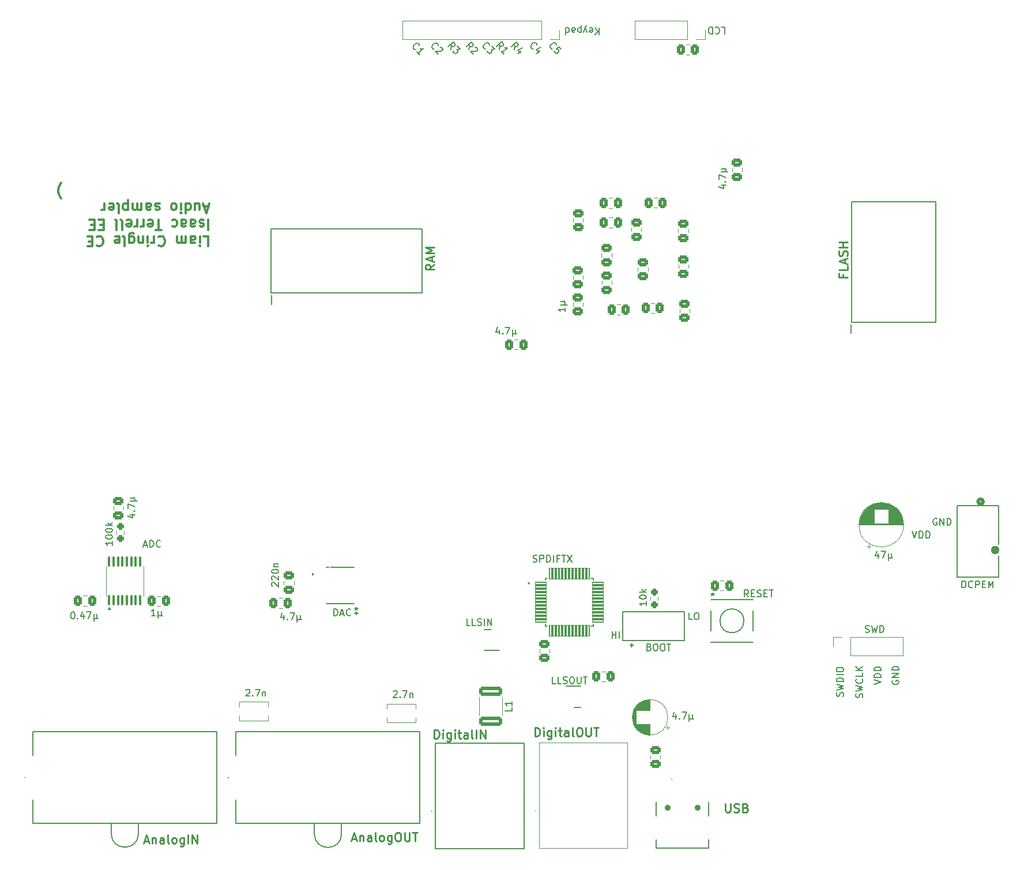
<source format=gto>
G04 #@! TF.GenerationSoftware,KiCad,Pcbnew,8.0.5*
G04 #@! TF.CreationDate,2024-11-21T15:10:05-05:00*
G04 #@! TF.ProjectId,PCB_Order3,5043425f-4f72-4646-9572-332e6b696361,rev?*
G04 #@! TF.SameCoordinates,Original*
G04 #@! TF.FileFunction,Legend,Top*
G04 #@! TF.FilePolarity,Positive*
%FSLAX46Y46*%
G04 Gerber Fmt 4.6, Leading zero omitted, Abs format (unit mm)*
G04 Created by KiCad (PCBNEW 8.0.5) date 2024-11-21 15:10:05*
%MOMM*%
%LPD*%
G01*
G04 APERTURE LIST*
G04 Aperture macros list*
%AMRoundRect*
0 Rectangle with rounded corners*
0 $1 Rounding radius*
0 $2 $3 $4 $5 $6 $7 $8 $9 X,Y pos of 4 corners*
0 Add a 4 corners polygon primitive as box body*
4,1,4,$2,$3,$4,$5,$6,$7,$8,$9,$2,$3,0*
0 Add four circle primitives for the rounded corners*
1,1,$1+$1,$2,$3*
1,1,$1+$1,$4,$5*
1,1,$1+$1,$6,$7*
1,1,$1+$1,$8,$9*
0 Add four rect primitives between the rounded corners*
20,1,$1+$1,$2,$3,$4,$5,0*
20,1,$1+$1,$4,$5,$6,$7,0*
20,1,$1+$1,$6,$7,$8,$9,0*
20,1,$1+$1,$8,$9,$2,$3,0*%
G04 Aperture macros list end*
%ADD10C,0.150000*%
%ADD11C,0.300000*%
%ADD12C,0.254000*%
%ADD13C,0.120000*%
%ADD14C,0.100000*%
%ADD15C,0.127000*%
%ADD16C,0.200000*%
%ADD17C,0.152400*%
%ADD18C,0.508000*%
%ADD19C,0.000000*%
%ADD20C,1.295400*%
%ADD21C,0.900000*%
%ADD22RoundRect,0.250000X0.337500X0.475000X-0.337500X0.475000X-0.337500X-0.475000X0.337500X-0.475000X0*%
%ADD23C,1.303000*%
%ADD24C,1.300000*%
%ADD25RoundRect,0.250000X0.475000X-0.337500X0.475000X0.337500X-0.475000X0.337500X-0.475000X-0.337500X0*%
%ADD26RoundRect,0.060500X-0.821500X-0.181500X0.821500X-0.181500X0.821500X0.181500X-0.821500X0.181500X0*%
%ADD27RoundRect,0.060500X-0.181500X-0.821500X0.181500X-0.821500X0.181500X0.821500X-0.181500X0.821500X0*%
%ADD28RoundRect,0.250000X-0.475000X0.337500X-0.475000X-0.337500X0.475000X-0.337500X0.475000X0.337500X0*%
%ADD29R,1.100000X0.650001*%
%ADD30RoundRect,0.250000X-0.337500X-0.475000X0.337500X-0.475000X0.337500X0.475000X-0.337500X0.475000X0*%
%ADD31R,1.700000X1.700000*%
%ADD32O,1.700000X1.700000*%
%ADD33C,1.600000*%
%ADD34R,2.209800X0.863600*%
%ADD35R,0.300000X1.300000*%
%ADD36RoundRect,0.100000X0.100000X-0.637500X0.100000X0.637500X-0.100000X0.637500X-0.100000X-0.637500X0*%
%ADD37C,1.574800*%
%ADD38R,1.600000X1.600000*%
%ADD39R,0.500000X2.250000*%
%ADD40R,2.000000X2.500000*%
%ADD41RoundRect,0.250000X-1.450000X0.400000X-1.450000X-0.400000X1.450000X-0.400000X1.450000X0.400000X0*%
%ADD42RoundRect,0.237500X0.237500X-0.250000X0.237500X0.250000X-0.237500X0.250000X-0.237500X-0.250000X0*%
%ADD43R,1.409700X0.254000*%
%ADD44R,1.320800X1.320800*%
%ADD45C,1.320800*%
%ADD46R,3.765000X3.765000*%
%ADD47C,3.765000*%
%ADD48R,0.600000X1.295000*%
%ADD49C,0.550000*%
%ADD50C,0.450000*%
G04 APERTURE END LIST*
D10*
X182095350Y-126743152D02*
X182095350Y-127409819D01*
X181857255Y-126362200D02*
X181619160Y-127076485D01*
X181619160Y-127076485D02*
X182238207Y-127076485D01*
X182619160Y-127314580D02*
X182666779Y-127362200D01*
X182666779Y-127362200D02*
X182619160Y-127409819D01*
X182619160Y-127409819D02*
X182571541Y-127362200D01*
X182571541Y-127362200D02*
X182619160Y-127314580D01*
X182619160Y-127314580D02*
X182619160Y-127409819D01*
X183000112Y-126409819D02*
X183666778Y-126409819D01*
X183666778Y-126409819D02*
X183238207Y-127409819D01*
X184047731Y-126743152D02*
X184047731Y-127743152D01*
X184523921Y-127266961D02*
X184571540Y-127362200D01*
X184571540Y-127362200D02*
X184666778Y-127409819D01*
X184047731Y-127266961D02*
X184095350Y-127362200D01*
X184095350Y-127362200D02*
X184190588Y-127409819D01*
X184190588Y-127409819D02*
X184381064Y-127409819D01*
X184381064Y-127409819D02*
X184476302Y-127362200D01*
X184476302Y-127362200D02*
X184523921Y-127266961D01*
X184523921Y-127266961D02*
X184523921Y-126743152D01*
X165819819Y-66989411D02*
X165819819Y-67560839D01*
X165819819Y-67275125D02*
X164819819Y-67275125D01*
X164819819Y-67275125D02*
X164962676Y-67370363D01*
X164962676Y-67370363D02*
X165057914Y-67465601D01*
X165057914Y-67465601D02*
X165105533Y-67560839D01*
X165153152Y-66560839D02*
X166153152Y-66560839D01*
X165676961Y-66084649D02*
X165772200Y-66037030D01*
X165772200Y-66037030D02*
X165819819Y-65941792D01*
X165676961Y-66560839D02*
X165772200Y-66513220D01*
X165772200Y-66513220D02*
X165819819Y-66417982D01*
X165819819Y-66417982D02*
X165819819Y-66227506D01*
X165819819Y-66227506D02*
X165772200Y-66132268D01*
X165772200Y-66132268D02*
X165676961Y-66084649D01*
X165676961Y-66084649D02*
X165153152Y-66084649D01*
X211825350Y-103093152D02*
X211825350Y-103759819D01*
X211587255Y-102712200D02*
X211349160Y-103426485D01*
X211349160Y-103426485D02*
X211968207Y-103426485D01*
X212253922Y-102759819D02*
X212920588Y-102759819D01*
X212920588Y-102759819D02*
X212492017Y-103759819D01*
X213301541Y-103093152D02*
X213301541Y-104093152D01*
X213777731Y-103616961D02*
X213825350Y-103712200D01*
X213825350Y-103712200D02*
X213920588Y-103759819D01*
X213301541Y-103616961D02*
X213349160Y-103712200D01*
X213349160Y-103712200D02*
X213444398Y-103759819D01*
X213444398Y-103759819D02*
X213634874Y-103759819D01*
X213634874Y-103759819D02*
X213730112Y-103712200D01*
X213730112Y-103712200D02*
X213777731Y-103616961D01*
X213777731Y-103616961D02*
X213777731Y-103093152D01*
X177749819Y-110139411D02*
X177749819Y-110710839D01*
X177749819Y-110425125D02*
X176749819Y-110425125D01*
X176749819Y-110425125D02*
X176892676Y-110520363D01*
X176892676Y-110520363D02*
X176987914Y-110615601D01*
X176987914Y-110615601D02*
X177035533Y-110710839D01*
X176749819Y-109520363D02*
X176749819Y-109425125D01*
X176749819Y-109425125D02*
X176797438Y-109329887D01*
X176797438Y-109329887D02*
X176845057Y-109282268D01*
X176845057Y-109282268D02*
X176940295Y-109234649D01*
X176940295Y-109234649D02*
X177130771Y-109187030D01*
X177130771Y-109187030D02*
X177368866Y-109187030D01*
X177368866Y-109187030D02*
X177559342Y-109234649D01*
X177559342Y-109234649D02*
X177654580Y-109282268D01*
X177654580Y-109282268D02*
X177702200Y-109329887D01*
X177702200Y-109329887D02*
X177749819Y-109425125D01*
X177749819Y-109425125D02*
X177749819Y-109520363D01*
X177749819Y-109520363D02*
X177702200Y-109615601D01*
X177702200Y-109615601D02*
X177654580Y-109663220D01*
X177654580Y-109663220D02*
X177559342Y-109710839D01*
X177559342Y-109710839D02*
X177368866Y-109758458D01*
X177368866Y-109758458D02*
X177130771Y-109758458D01*
X177130771Y-109758458D02*
X176940295Y-109710839D01*
X176940295Y-109710839D02*
X176845057Y-109663220D01*
X176845057Y-109663220D02*
X176797438Y-109615601D01*
X176797438Y-109615601D02*
X176749819Y-109520363D01*
X177749819Y-108758458D02*
X176749819Y-108758458D01*
X177368866Y-108663220D02*
X177749819Y-108377506D01*
X177083152Y-108377506D02*
X177464104Y-108758458D01*
X122815057Y-107910839D02*
X122767438Y-107863220D01*
X122767438Y-107863220D02*
X122719819Y-107767982D01*
X122719819Y-107767982D02*
X122719819Y-107529887D01*
X122719819Y-107529887D02*
X122767438Y-107434649D01*
X122767438Y-107434649D02*
X122815057Y-107387030D01*
X122815057Y-107387030D02*
X122910295Y-107339411D01*
X122910295Y-107339411D02*
X123005533Y-107339411D01*
X123005533Y-107339411D02*
X123148390Y-107387030D01*
X123148390Y-107387030D02*
X123719819Y-107958458D01*
X123719819Y-107958458D02*
X123719819Y-107339411D01*
X122815057Y-106958458D02*
X122767438Y-106910839D01*
X122767438Y-106910839D02*
X122719819Y-106815601D01*
X122719819Y-106815601D02*
X122719819Y-106577506D01*
X122719819Y-106577506D02*
X122767438Y-106482268D01*
X122767438Y-106482268D02*
X122815057Y-106434649D01*
X122815057Y-106434649D02*
X122910295Y-106387030D01*
X122910295Y-106387030D02*
X123005533Y-106387030D01*
X123005533Y-106387030D02*
X123148390Y-106434649D01*
X123148390Y-106434649D02*
X123719819Y-107006077D01*
X123719819Y-107006077D02*
X123719819Y-106387030D01*
X122719819Y-105767982D02*
X122719819Y-105672744D01*
X122719819Y-105672744D02*
X122767438Y-105577506D01*
X122767438Y-105577506D02*
X122815057Y-105529887D01*
X122815057Y-105529887D02*
X122910295Y-105482268D01*
X122910295Y-105482268D02*
X123100771Y-105434649D01*
X123100771Y-105434649D02*
X123338866Y-105434649D01*
X123338866Y-105434649D02*
X123529342Y-105482268D01*
X123529342Y-105482268D02*
X123624580Y-105529887D01*
X123624580Y-105529887D02*
X123672200Y-105577506D01*
X123672200Y-105577506D02*
X123719819Y-105672744D01*
X123719819Y-105672744D02*
X123719819Y-105767982D01*
X123719819Y-105767982D02*
X123672200Y-105863220D01*
X123672200Y-105863220D02*
X123624580Y-105910839D01*
X123624580Y-105910839D02*
X123529342Y-105958458D01*
X123529342Y-105958458D02*
X123338866Y-106006077D01*
X123338866Y-106006077D02*
X123100771Y-106006077D01*
X123100771Y-106006077D02*
X122910295Y-105958458D01*
X122910295Y-105958458D02*
X122815057Y-105910839D01*
X122815057Y-105910839D02*
X122767438Y-105863220D01*
X122767438Y-105863220D02*
X122719819Y-105767982D01*
X123053152Y-105006077D02*
X123719819Y-105006077D01*
X123148390Y-105006077D02*
X123100771Y-104958458D01*
X123100771Y-104958458D02*
X123053152Y-104863220D01*
X123053152Y-104863220D02*
X123053152Y-104720363D01*
X123053152Y-104720363D02*
X123100771Y-104625125D01*
X123100771Y-104625125D02*
X123196009Y-104577506D01*
X123196009Y-104577506D02*
X123719819Y-104577506D01*
X140599160Y-123335057D02*
X140646779Y-123287438D01*
X140646779Y-123287438D02*
X140742017Y-123239819D01*
X140742017Y-123239819D02*
X140980112Y-123239819D01*
X140980112Y-123239819D02*
X141075350Y-123287438D01*
X141075350Y-123287438D02*
X141122969Y-123335057D01*
X141122969Y-123335057D02*
X141170588Y-123430295D01*
X141170588Y-123430295D02*
X141170588Y-123525533D01*
X141170588Y-123525533D02*
X141122969Y-123668390D01*
X141122969Y-123668390D02*
X140551541Y-124239819D01*
X140551541Y-124239819D02*
X141170588Y-124239819D01*
X141599160Y-124144580D02*
X141646779Y-124192200D01*
X141646779Y-124192200D02*
X141599160Y-124239819D01*
X141599160Y-124239819D02*
X141551541Y-124192200D01*
X141551541Y-124192200D02*
X141599160Y-124144580D01*
X141599160Y-124144580D02*
X141599160Y-124239819D01*
X141980112Y-123239819D02*
X142646778Y-123239819D01*
X142646778Y-123239819D02*
X142218207Y-124239819D01*
X143027731Y-123573152D02*
X143027731Y-124239819D01*
X143027731Y-123668390D02*
X143075350Y-123620771D01*
X143075350Y-123620771D02*
X143170588Y-123573152D01*
X143170588Y-123573152D02*
X143313445Y-123573152D01*
X143313445Y-123573152D02*
X143408683Y-123620771D01*
X143408683Y-123620771D02*
X143456302Y-123716009D01*
X143456302Y-123716009D02*
X143456302Y-124239819D01*
X118949160Y-123135057D02*
X118996779Y-123087438D01*
X118996779Y-123087438D02*
X119092017Y-123039819D01*
X119092017Y-123039819D02*
X119330112Y-123039819D01*
X119330112Y-123039819D02*
X119425350Y-123087438D01*
X119425350Y-123087438D02*
X119472969Y-123135057D01*
X119472969Y-123135057D02*
X119520588Y-123230295D01*
X119520588Y-123230295D02*
X119520588Y-123325533D01*
X119520588Y-123325533D02*
X119472969Y-123468390D01*
X119472969Y-123468390D02*
X118901541Y-124039819D01*
X118901541Y-124039819D02*
X119520588Y-124039819D01*
X119949160Y-123944580D02*
X119996779Y-123992200D01*
X119996779Y-123992200D02*
X119949160Y-124039819D01*
X119949160Y-124039819D02*
X119901541Y-123992200D01*
X119901541Y-123992200D02*
X119949160Y-123944580D01*
X119949160Y-123944580D02*
X119949160Y-124039819D01*
X120330112Y-123039819D02*
X120996778Y-123039819D01*
X120996778Y-123039819D02*
X120568207Y-124039819D01*
X121377731Y-123373152D02*
X121377731Y-124039819D01*
X121377731Y-123468390D02*
X121425350Y-123420771D01*
X121425350Y-123420771D02*
X121520588Y-123373152D01*
X121520588Y-123373152D02*
X121663445Y-123373152D01*
X121663445Y-123373152D02*
X121758683Y-123420771D01*
X121758683Y-123420771D02*
X121806302Y-123516009D01*
X121806302Y-123516009D02*
X121806302Y-124039819D01*
X105640588Y-112239819D02*
X105069160Y-112239819D01*
X105354874Y-112239819D02*
X105354874Y-111239819D01*
X105354874Y-111239819D02*
X105259636Y-111382676D01*
X105259636Y-111382676D02*
X105164398Y-111477914D01*
X105164398Y-111477914D02*
X105069160Y-111525533D01*
X106069160Y-111573152D02*
X106069160Y-112573152D01*
X106545350Y-112096961D02*
X106592969Y-112192200D01*
X106592969Y-112192200D02*
X106688207Y-112239819D01*
X106069160Y-112096961D02*
X106116779Y-112192200D01*
X106116779Y-112192200D02*
X106212017Y-112239819D01*
X106212017Y-112239819D02*
X106402493Y-112239819D01*
X106402493Y-112239819D02*
X106497731Y-112192200D01*
X106497731Y-112192200D02*
X106545350Y-112096961D01*
X106545350Y-112096961D02*
X106545350Y-111573152D01*
X93487255Y-111659819D02*
X93582493Y-111659819D01*
X93582493Y-111659819D02*
X93677731Y-111707438D01*
X93677731Y-111707438D02*
X93725350Y-111755057D01*
X93725350Y-111755057D02*
X93772969Y-111850295D01*
X93772969Y-111850295D02*
X93820588Y-112040771D01*
X93820588Y-112040771D02*
X93820588Y-112278866D01*
X93820588Y-112278866D02*
X93772969Y-112469342D01*
X93772969Y-112469342D02*
X93725350Y-112564580D01*
X93725350Y-112564580D02*
X93677731Y-112612200D01*
X93677731Y-112612200D02*
X93582493Y-112659819D01*
X93582493Y-112659819D02*
X93487255Y-112659819D01*
X93487255Y-112659819D02*
X93392017Y-112612200D01*
X93392017Y-112612200D02*
X93344398Y-112564580D01*
X93344398Y-112564580D02*
X93296779Y-112469342D01*
X93296779Y-112469342D02*
X93249160Y-112278866D01*
X93249160Y-112278866D02*
X93249160Y-112040771D01*
X93249160Y-112040771D02*
X93296779Y-111850295D01*
X93296779Y-111850295D02*
X93344398Y-111755057D01*
X93344398Y-111755057D02*
X93392017Y-111707438D01*
X93392017Y-111707438D02*
X93487255Y-111659819D01*
X94249160Y-112564580D02*
X94296779Y-112612200D01*
X94296779Y-112612200D02*
X94249160Y-112659819D01*
X94249160Y-112659819D02*
X94201541Y-112612200D01*
X94201541Y-112612200D02*
X94249160Y-112564580D01*
X94249160Y-112564580D02*
X94249160Y-112659819D01*
X95153921Y-111993152D02*
X95153921Y-112659819D01*
X94915826Y-111612200D02*
X94677731Y-112326485D01*
X94677731Y-112326485D02*
X95296778Y-112326485D01*
X95582493Y-111659819D02*
X96249159Y-111659819D01*
X96249159Y-111659819D02*
X95820588Y-112659819D01*
X96630112Y-111993152D02*
X96630112Y-112993152D01*
X97106302Y-112516961D02*
X97153921Y-112612200D01*
X97153921Y-112612200D02*
X97249159Y-112659819D01*
X96630112Y-112516961D02*
X96677731Y-112612200D01*
X96677731Y-112612200D02*
X96772969Y-112659819D01*
X96772969Y-112659819D02*
X96963445Y-112659819D01*
X96963445Y-112659819D02*
X97058683Y-112612200D01*
X97058683Y-112612200D02*
X97106302Y-112516961D01*
X97106302Y-112516961D02*
X97106302Y-111993152D01*
X99339819Y-101309411D02*
X99339819Y-101880839D01*
X99339819Y-101595125D02*
X98339819Y-101595125D01*
X98339819Y-101595125D02*
X98482676Y-101690363D01*
X98482676Y-101690363D02*
X98577914Y-101785601D01*
X98577914Y-101785601D02*
X98625533Y-101880839D01*
X98339819Y-100690363D02*
X98339819Y-100595125D01*
X98339819Y-100595125D02*
X98387438Y-100499887D01*
X98387438Y-100499887D02*
X98435057Y-100452268D01*
X98435057Y-100452268D02*
X98530295Y-100404649D01*
X98530295Y-100404649D02*
X98720771Y-100357030D01*
X98720771Y-100357030D02*
X98958866Y-100357030D01*
X98958866Y-100357030D02*
X99149342Y-100404649D01*
X99149342Y-100404649D02*
X99244580Y-100452268D01*
X99244580Y-100452268D02*
X99292200Y-100499887D01*
X99292200Y-100499887D02*
X99339819Y-100595125D01*
X99339819Y-100595125D02*
X99339819Y-100690363D01*
X99339819Y-100690363D02*
X99292200Y-100785601D01*
X99292200Y-100785601D02*
X99244580Y-100833220D01*
X99244580Y-100833220D02*
X99149342Y-100880839D01*
X99149342Y-100880839D02*
X98958866Y-100928458D01*
X98958866Y-100928458D02*
X98720771Y-100928458D01*
X98720771Y-100928458D02*
X98530295Y-100880839D01*
X98530295Y-100880839D02*
X98435057Y-100833220D01*
X98435057Y-100833220D02*
X98387438Y-100785601D01*
X98387438Y-100785601D02*
X98339819Y-100690363D01*
X98339819Y-99737982D02*
X98339819Y-99642744D01*
X98339819Y-99642744D02*
X98387438Y-99547506D01*
X98387438Y-99547506D02*
X98435057Y-99499887D01*
X98435057Y-99499887D02*
X98530295Y-99452268D01*
X98530295Y-99452268D02*
X98720771Y-99404649D01*
X98720771Y-99404649D02*
X98958866Y-99404649D01*
X98958866Y-99404649D02*
X99149342Y-99452268D01*
X99149342Y-99452268D02*
X99244580Y-99499887D01*
X99244580Y-99499887D02*
X99292200Y-99547506D01*
X99292200Y-99547506D02*
X99339819Y-99642744D01*
X99339819Y-99642744D02*
X99339819Y-99737982D01*
X99339819Y-99737982D02*
X99292200Y-99833220D01*
X99292200Y-99833220D02*
X99244580Y-99880839D01*
X99244580Y-99880839D02*
X99149342Y-99928458D01*
X99149342Y-99928458D02*
X98958866Y-99976077D01*
X98958866Y-99976077D02*
X98720771Y-99976077D01*
X98720771Y-99976077D02*
X98530295Y-99928458D01*
X98530295Y-99928458D02*
X98435057Y-99880839D01*
X98435057Y-99880839D02*
X98387438Y-99833220D01*
X98387438Y-99833220D02*
X98339819Y-99737982D01*
X99339819Y-98976077D02*
X98339819Y-98976077D01*
X98958866Y-98880839D02*
X99339819Y-98595125D01*
X98673152Y-98595125D02*
X99054104Y-98976077D01*
X101953152Y-97374649D02*
X102619819Y-97374649D01*
X101572200Y-97612744D02*
X102286485Y-97850839D01*
X102286485Y-97850839D02*
X102286485Y-97231792D01*
X102524580Y-96850839D02*
X102572200Y-96803220D01*
X102572200Y-96803220D02*
X102619819Y-96850839D01*
X102619819Y-96850839D02*
X102572200Y-96898458D01*
X102572200Y-96898458D02*
X102524580Y-96850839D01*
X102524580Y-96850839D02*
X102619819Y-96850839D01*
X101619819Y-96469887D02*
X101619819Y-95803221D01*
X101619819Y-95803221D02*
X102619819Y-96231792D01*
X101953152Y-95422268D02*
X102953152Y-95422268D01*
X102476961Y-94946078D02*
X102572200Y-94898459D01*
X102572200Y-94898459D02*
X102619819Y-94803221D01*
X102476961Y-95422268D02*
X102572200Y-95374649D01*
X102572200Y-95374649D02*
X102619819Y-95279411D01*
X102619819Y-95279411D02*
X102619819Y-95088935D01*
X102619819Y-95088935D02*
X102572200Y-94993697D01*
X102572200Y-94993697D02*
X102476961Y-94946078D01*
X102476961Y-94946078D02*
X101953152Y-94946078D01*
X156145350Y-70203152D02*
X156145350Y-70869819D01*
X155907255Y-69822200D02*
X155669160Y-70536485D01*
X155669160Y-70536485D02*
X156288207Y-70536485D01*
X156669160Y-70774580D02*
X156716779Y-70822200D01*
X156716779Y-70822200D02*
X156669160Y-70869819D01*
X156669160Y-70869819D02*
X156621541Y-70822200D01*
X156621541Y-70822200D02*
X156669160Y-70774580D01*
X156669160Y-70774580D02*
X156669160Y-70869819D01*
X157050112Y-69869819D02*
X157716778Y-69869819D01*
X157716778Y-69869819D02*
X157288207Y-70869819D01*
X158097731Y-70203152D02*
X158097731Y-71203152D01*
X158573921Y-70726961D02*
X158621540Y-70822200D01*
X158621540Y-70822200D02*
X158716778Y-70869819D01*
X158097731Y-70726961D02*
X158145350Y-70822200D01*
X158145350Y-70822200D02*
X158240588Y-70869819D01*
X158240588Y-70869819D02*
X158431064Y-70869819D01*
X158431064Y-70869819D02*
X158526302Y-70822200D01*
X158526302Y-70822200D02*
X158573921Y-70726961D01*
X158573921Y-70726961D02*
X158573921Y-70203152D01*
X188733152Y-49024649D02*
X189399819Y-49024649D01*
X188352200Y-49262744D02*
X189066485Y-49500839D01*
X189066485Y-49500839D02*
X189066485Y-48881792D01*
X189304580Y-48500839D02*
X189352200Y-48453220D01*
X189352200Y-48453220D02*
X189399819Y-48500839D01*
X189399819Y-48500839D02*
X189352200Y-48548458D01*
X189352200Y-48548458D02*
X189304580Y-48500839D01*
X189304580Y-48500839D02*
X189399819Y-48500839D01*
X188399819Y-48119887D02*
X188399819Y-47453221D01*
X188399819Y-47453221D02*
X189399819Y-47881792D01*
X188733152Y-47072268D02*
X189733152Y-47072268D01*
X189256961Y-46596078D02*
X189352200Y-46548459D01*
X189352200Y-46548459D02*
X189399819Y-46453221D01*
X189256961Y-47072268D02*
X189352200Y-47024649D01*
X189352200Y-47024649D02*
X189399819Y-46929411D01*
X189399819Y-46929411D02*
X189399819Y-46738935D01*
X189399819Y-46738935D02*
X189352200Y-46643697D01*
X189352200Y-46643697D02*
X189256961Y-46596078D01*
X189256961Y-46596078D02*
X188733152Y-46596078D01*
X184522969Y-112779819D02*
X184046779Y-112779819D01*
X184046779Y-112779819D02*
X184046779Y-111779819D01*
X185046779Y-111779819D02*
X185237255Y-111779819D01*
X185237255Y-111779819D02*
X185332493Y-111827438D01*
X185332493Y-111827438D02*
X185427731Y-111922676D01*
X185427731Y-111922676D02*
X185475350Y-112113152D01*
X185475350Y-112113152D02*
X185475350Y-112446485D01*
X185475350Y-112446485D02*
X185427731Y-112636961D01*
X185427731Y-112636961D02*
X185332493Y-112732200D01*
X185332493Y-112732200D02*
X185237255Y-112779819D01*
X185237255Y-112779819D02*
X185046779Y-112779819D01*
X185046779Y-112779819D02*
X184951541Y-112732200D01*
X184951541Y-112732200D02*
X184856303Y-112636961D01*
X184856303Y-112636961D02*
X184808684Y-112446485D01*
X184808684Y-112446485D02*
X184808684Y-112113152D01*
X184808684Y-112113152D02*
X184856303Y-111922676D01*
X184856303Y-111922676D02*
X184951541Y-111827438D01*
X184951541Y-111827438D02*
X185046779Y-111779819D01*
X143851595Y-29107804D02*
X143784251Y-29107804D01*
X143784251Y-29107804D02*
X143649564Y-29040461D01*
X143649564Y-29040461D02*
X143582221Y-28973117D01*
X143582221Y-28973117D02*
X143514877Y-28838430D01*
X143514877Y-28838430D02*
X143514877Y-28703743D01*
X143514877Y-28703743D02*
X143548549Y-28602728D01*
X143548549Y-28602728D02*
X143649564Y-28434369D01*
X143649564Y-28434369D02*
X143750579Y-28333354D01*
X143750579Y-28333354D02*
X143918938Y-28232339D01*
X143918938Y-28232339D02*
X144019953Y-28198667D01*
X144019953Y-28198667D02*
X144154641Y-28198667D01*
X144154641Y-28198667D02*
X144289328Y-28266010D01*
X144289328Y-28266010D02*
X144356671Y-28333354D01*
X144356671Y-28333354D02*
X144424015Y-28468041D01*
X144424015Y-28468041D02*
X144424015Y-28535384D01*
X144457686Y-29848583D02*
X144053625Y-29444522D01*
X144255656Y-29646552D02*
X144962763Y-28939445D01*
X144962763Y-28939445D02*
X144794404Y-28973117D01*
X144794404Y-28973117D02*
X144659717Y-28973117D01*
X144659717Y-28973117D02*
X144558702Y-28939445D01*
X211209819Y-122296077D02*
X212209819Y-121962744D01*
X212209819Y-121962744D02*
X211209819Y-121629411D01*
X212209819Y-121296077D02*
X211209819Y-121296077D01*
X211209819Y-121296077D02*
X211209819Y-121057982D01*
X211209819Y-121057982D02*
X211257438Y-120915125D01*
X211257438Y-120915125D02*
X211352676Y-120819887D01*
X211352676Y-120819887D02*
X211447914Y-120772268D01*
X211447914Y-120772268D02*
X211638390Y-120724649D01*
X211638390Y-120724649D02*
X211781247Y-120724649D01*
X211781247Y-120724649D02*
X211971723Y-120772268D01*
X211971723Y-120772268D02*
X212066961Y-120819887D01*
X212066961Y-120819887D02*
X212162200Y-120915125D01*
X212162200Y-120915125D02*
X212209819Y-121057982D01*
X212209819Y-121057982D02*
X212209819Y-121296077D01*
X212209819Y-120296077D02*
X211209819Y-120296077D01*
X211209819Y-120296077D02*
X211209819Y-120057982D01*
X211209819Y-120057982D02*
X211257438Y-119915125D01*
X211257438Y-119915125D02*
X211352676Y-119819887D01*
X211352676Y-119819887D02*
X211447914Y-119772268D01*
X211447914Y-119772268D02*
X211638390Y-119724649D01*
X211638390Y-119724649D02*
X211781247Y-119724649D01*
X211781247Y-119724649D02*
X211971723Y-119772268D01*
X211971723Y-119772268D02*
X212066961Y-119819887D01*
X212066961Y-119819887D02*
X212162200Y-119915125D01*
X212162200Y-119915125D02*
X212209819Y-120057982D01*
X212209819Y-120057982D02*
X212209819Y-120296077D01*
X151709251Y-29100148D02*
X151810266Y-28527728D01*
X151305190Y-28696087D02*
X152012297Y-27988980D01*
X152012297Y-27988980D02*
X152281671Y-28258354D01*
X152281671Y-28258354D02*
X152315343Y-28359369D01*
X152315343Y-28359369D02*
X152315343Y-28426713D01*
X152315343Y-28426713D02*
X152281671Y-28527728D01*
X152281671Y-28527728D02*
X152180656Y-28628743D01*
X152180656Y-28628743D02*
X152079641Y-28662415D01*
X152079641Y-28662415D02*
X152012297Y-28662415D01*
X152012297Y-28662415D02*
X151911282Y-28628743D01*
X151911282Y-28628743D02*
X151641908Y-28359369D01*
X152618389Y-28729758D02*
X152685732Y-28729758D01*
X152685732Y-28729758D02*
X152786747Y-28763430D01*
X152786747Y-28763430D02*
X152955106Y-28931789D01*
X152955106Y-28931789D02*
X152988778Y-29032804D01*
X152988778Y-29032804D02*
X152988778Y-29100148D01*
X152988778Y-29100148D02*
X152955106Y-29201163D01*
X152955106Y-29201163D02*
X152887763Y-29268506D01*
X152887763Y-29268506D02*
X152753076Y-29335850D01*
X152753076Y-29335850D02*
X151944953Y-29335850D01*
X151944953Y-29335850D02*
X152382686Y-29773583D01*
X146626595Y-29032804D02*
X146559251Y-29032804D01*
X146559251Y-29032804D02*
X146424564Y-28965461D01*
X146424564Y-28965461D02*
X146357221Y-28898117D01*
X146357221Y-28898117D02*
X146289877Y-28763430D01*
X146289877Y-28763430D02*
X146289877Y-28628743D01*
X146289877Y-28628743D02*
X146323549Y-28527728D01*
X146323549Y-28527728D02*
X146424564Y-28359369D01*
X146424564Y-28359369D02*
X146525579Y-28258354D01*
X146525579Y-28258354D02*
X146693938Y-28157339D01*
X146693938Y-28157339D02*
X146794953Y-28123667D01*
X146794953Y-28123667D02*
X146929641Y-28123667D01*
X146929641Y-28123667D02*
X147064328Y-28191010D01*
X147064328Y-28191010D02*
X147131671Y-28258354D01*
X147131671Y-28258354D02*
X147199015Y-28393041D01*
X147199015Y-28393041D02*
X147199015Y-28460384D01*
X147468389Y-28729758D02*
X147535732Y-28729758D01*
X147535732Y-28729758D02*
X147636747Y-28763430D01*
X147636747Y-28763430D02*
X147805106Y-28931789D01*
X147805106Y-28931789D02*
X147838778Y-29032804D01*
X147838778Y-29032804D02*
X147838778Y-29100148D01*
X147838778Y-29100148D02*
X147805106Y-29201163D01*
X147805106Y-29201163D02*
X147737763Y-29268506D01*
X147737763Y-29268506D02*
X147603076Y-29335850D01*
X147603076Y-29335850D02*
X146794953Y-29335850D01*
X146794953Y-29335850D02*
X147232686Y-29773583D01*
X206622200Y-124050839D02*
X206669819Y-123907982D01*
X206669819Y-123907982D02*
X206669819Y-123669887D01*
X206669819Y-123669887D02*
X206622200Y-123574649D01*
X206622200Y-123574649D02*
X206574580Y-123527030D01*
X206574580Y-123527030D02*
X206479342Y-123479411D01*
X206479342Y-123479411D02*
X206384104Y-123479411D01*
X206384104Y-123479411D02*
X206288866Y-123527030D01*
X206288866Y-123527030D02*
X206241247Y-123574649D01*
X206241247Y-123574649D02*
X206193628Y-123669887D01*
X206193628Y-123669887D02*
X206146009Y-123860363D01*
X206146009Y-123860363D02*
X206098390Y-123955601D01*
X206098390Y-123955601D02*
X206050771Y-124003220D01*
X206050771Y-124003220D02*
X205955533Y-124050839D01*
X205955533Y-124050839D02*
X205860295Y-124050839D01*
X205860295Y-124050839D02*
X205765057Y-124003220D01*
X205765057Y-124003220D02*
X205717438Y-123955601D01*
X205717438Y-123955601D02*
X205669819Y-123860363D01*
X205669819Y-123860363D02*
X205669819Y-123622268D01*
X205669819Y-123622268D02*
X205717438Y-123479411D01*
X205669819Y-123146077D02*
X206669819Y-122907982D01*
X206669819Y-122907982D02*
X205955533Y-122717506D01*
X205955533Y-122717506D02*
X206669819Y-122527030D01*
X206669819Y-122527030D02*
X205669819Y-122288935D01*
X206669819Y-121907982D02*
X205669819Y-121907982D01*
X205669819Y-121907982D02*
X205669819Y-121669887D01*
X205669819Y-121669887D02*
X205717438Y-121527030D01*
X205717438Y-121527030D02*
X205812676Y-121431792D01*
X205812676Y-121431792D02*
X205907914Y-121384173D01*
X205907914Y-121384173D02*
X206098390Y-121336554D01*
X206098390Y-121336554D02*
X206241247Y-121336554D01*
X206241247Y-121336554D02*
X206431723Y-121384173D01*
X206431723Y-121384173D02*
X206526961Y-121431792D01*
X206526961Y-121431792D02*
X206622200Y-121527030D01*
X206622200Y-121527030D02*
X206669819Y-121669887D01*
X206669819Y-121669887D02*
X206669819Y-121907982D01*
X206669819Y-120907982D02*
X205669819Y-120907982D01*
X205669819Y-120241316D02*
X205669819Y-120050840D01*
X205669819Y-120050840D02*
X205717438Y-119955602D01*
X205717438Y-119955602D02*
X205812676Y-119860364D01*
X205812676Y-119860364D02*
X206003152Y-119812745D01*
X206003152Y-119812745D02*
X206336485Y-119812745D01*
X206336485Y-119812745D02*
X206526961Y-119860364D01*
X206526961Y-119860364D02*
X206622200Y-119955602D01*
X206622200Y-119955602D02*
X206669819Y-120050840D01*
X206669819Y-120050840D02*
X206669819Y-120241316D01*
X206669819Y-120241316D02*
X206622200Y-120336554D01*
X206622200Y-120336554D02*
X206526961Y-120431792D01*
X206526961Y-120431792D02*
X206336485Y-120479411D01*
X206336485Y-120479411D02*
X206003152Y-120479411D01*
X206003152Y-120479411D02*
X205812676Y-120431792D01*
X205812676Y-120431792D02*
X205717438Y-120336554D01*
X205717438Y-120336554D02*
X205669819Y-120241316D01*
X172726779Y-115549819D02*
X172726779Y-114549819D01*
X172726779Y-115026009D02*
X173298207Y-115026009D01*
X173298207Y-115549819D02*
X173298207Y-114549819D01*
X173774398Y-115549819D02*
X173774398Y-114549819D01*
D11*
X112691203Y-56483919D02*
X113405489Y-56483919D01*
X113405489Y-56483919D02*
X113405489Y-57983919D01*
X112191203Y-56483919D02*
X112191203Y-57483919D01*
X112191203Y-57983919D02*
X112262631Y-57912490D01*
X112262631Y-57912490D02*
X112191203Y-57841062D01*
X112191203Y-57841062D02*
X112119774Y-57912490D01*
X112119774Y-57912490D02*
X112191203Y-57983919D01*
X112191203Y-57983919D02*
X112191203Y-57841062D01*
X110834060Y-56483919D02*
X110834060Y-57269633D01*
X110834060Y-57269633D02*
X110905488Y-57412490D01*
X110905488Y-57412490D02*
X111048345Y-57483919D01*
X111048345Y-57483919D02*
X111334060Y-57483919D01*
X111334060Y-57483919D02*
X111476917Y-57412490D01*
X110834060Y-56555348D02*
X110976917Y-56483919D01*
X110976917Y-56483919D02*
X111334060Y-56483919D01*
X111334060Y-56483919D02*
X111476917Y-56555348D01*
X111476917Y-56555348D02*
X111548345Y-56698205D01*
X111548345Y-56698205D02*
X111548345Y-56841062D01*
X111548345Y-56841062D02*
X111476917Y-56983919D01*
X111476917Y-56983919D02*
X111334060Y-57055348D01*
X111334060Y-57055348D02*
X110976917Y-57055348D01*
X110976917Y-57055348D02*
X110834060Y-57126776D01*
X110119774Y-56483919D02*
X110119774Y-57483919D01*
X110119774Y-57341062D02*
X110048345Y-57412490D01*
X110048345Y-57412490D02*
X109905488Y-57483919D01*
X109905488Y-57483919D02*
X109691202Y-57483919D01*
X109691202Y-57483919D02*
X109548345Y-57412490D01*
X109548345Y-57412490D02*
X109476917Y-57269633D01*
X109476917Y-57269633D02*
X109476917Y-56483919D01*
X109476917Y-57269633D02*
X109405488Y-57412490D01*
X109405488Y-57412490D02*
X109262631Y-57483919D01*
X109262631Y-57483919D02*
X109048345Y-57483919D01*
X109048345Y-57483919D02*
X108905488Y-57412490D01*
X108905488Y-57412490D02*
X108834059Y-57269633D01*
X108834059Y-57269633D02*
X108834059Y-56483919D01*
X106119774Y-56626776D02*
X106191202Y-56555348D01*
X106191202Y-56555348D02*
X106405488Y-56483919D01*
X106405488Y-56483919D02*
X106548345Y-56483919D01*
X106548345Y-56483919D02*
X106762631Y-56555348D01*
X106762631Y-56555348D02*
X106905488Y-56698205D01*
X106905488Y-56698205D02*
X106976917Y-56841062D01*
X106976917Y-56841062D02*
X107048345Y-57126776D01*
X107048345Y-57126776D02*
X107048345Y-57341062D01*
X107048345Y-57341062D02*
X106976917Y-57626776D01*
X106976917Y-57626776D02*
X106905488Y-57769633D01*
X106905488Y-57769633D02*
X106762631Y-57912490D01*
X106762631Y-57912490D02*
X106548345Y-57983919D01*
X106548345Y-57983919D02*
X106405488Y-57983919D01*
X106405488Y-57983919D02*
X106191202Y-57912490D01*
X106191202Y-57912490D02*
X106119774Y-57841062D01*
X105476917Y-56483919D02*
X105476917Y-57483919D01*
X105476917Y-57198205D02*
X105405488Y-57341062D01*
X105405488Y-57341062D02*
X105334060Y-57412490D01*
X105334060Y-57412490D02*
X105191202Y-57483919D01*
X105191202Y-57483919D02*
X105048345Y-57483919D01*
X104548346Y-56483919D02*
X104548346Y-57483919D01*
X104548346Y-57983919D02*
X104619774Y-57912490D01*
X104619774Y-57912490D02*
X104548346Y-57841062D01*
X104548346Y-57841062D02*
X104476917Y-57912490D01*
X104476917Y-57912490D02*
X104548346Y-57983919D01*
X104548346Y-57983919D02*
X104548346Y-57841062D01*
X103834060Y-57483919D02*
X103834060Y-56483919D01*
X103834060Y-57341062D02*
X103762631Y-57412490D01*
X103762631Y-57412490D02*
X103619774Y-57483919D01*
X103619774Y-57483919D02*
X103405488Y-57483919D01*
X103405488Y-57483919D02*
X103262631Y-57412490D01*
X103262631Y-57412490D02*
X103191203Y-57269633D01*
X103191203Y-57269633D02*
X103191203Y-56483919D01*
X101834060Y-57483919D02*
X101834060Y-56269633D01*
X101834060Y-56269633D02*
X101905488Y-56126776D01*
X101905488Y-56126776D02*
X101976917Y-56055348D01*
X101976917Y-56055348D02*
X102119774Y-55983919D01*
X102119774Y-55983919D02*
X102334060Y-55983919D01*
X102334060Y-55983919D02*
X102476917Y-56055348D01*
X101834060Y-56555348D02*
X101976917Y-56483919D01*
X101976917Y-56483919D02*
X102262631Y-56483919D01*
X102262631Y-56483919D02*
X102405488Y-56555348D01*
X102405488Y-56555348D02*
X102476917Y-56626776D01*
X102476917Y-56626776D02*
X102548345Y-56769633D01*
X102548345Y-56769633D02*
X102548345Y-57198205D01*
X102548345Y-57198205D02*
X102476917Y-57341062D01*
X102476917Y-57341062D02*
X102405488Y-57412490D01*
X102405488Y-57412490D02*
X102262631Y-57483919D01*
X102262631Y-57483919D02*
X101976917Y-57483919D01*
X101976917Y-57483919D02*
X101834060Y-57412490D01*
X100905488Y-56483919D02*
X101048345Y-56555348D01*
X101048345Y-56555348D02*
X101119774Y-56698205D01*
X101119774Y-56698205D02*
X101119774Y-57983919D01*
X99762631Y-56555348D02*
X99905488Y-56483919D01*
X99905488Y-56483919D02*
X100191203Y-56483919D01*
X100191203Y-56483919D02*
X100334060Y-56555348D01*
X100334060Y-56555348D02*
X100405488Y-56698205D01*
X100405488Y-56698205D02*
X100405488Y-57269633D01*
X100405488Y-57269633D02*
X100334060Y-57412490D01*
X100334060Y-57412490D02*
X100191203Y-57483919D01*
X100191203Y-57483919D02*
X99905488Y-57483919D01*
X99905488Y-57483919D02*
X99762631Y-57412490D01*
X99762631Y-57412490D02*
X99691203Y-57269633D01*
X99691203Y-57269633D02*
X99691203Y-57126776D01*
X99691203Y-57126776D02*
X100405488Y-56983919D01*
X97048346Y-56626776D02*
X97119774Y-56555348D01*
X97119774Y-56555348D02*
X97334060Y-56483919D01*
X97334060Y-56483919D02*
X97476917Y-56483919D01*
X97476917Y-56483919D02*
X97691203Y-56555348D01*
X97691203Y-56555348D02*
X97834060Y-56698205D01*
X97834060Y-56698205D02*
X97905489Y-56841062D01*
X97905489Y-56841062D02*
X97976917Y-57126776D01*
X97976917Y-57126776D02*
X97976917Y-57341062D01*
X97976917Y-57341062D02*
X97905489Y-57626776D01*
X97905489Y-57626776D02*
X97834060Y-57769633D01*
X97834060Y-57769633D02*
X97691203Y-57912490D01*
X97691203Y-57912490D02*
X97476917Y-57983919D01*
X97476917Y-57983919D02*
X97334060Y-57983919D01*
X97334060Y-57983919D02*
X97119774Y-57912490D01*
X97119774Y-57912490D02*
X97048346Y-57841062D01*
X96405489Y-57269633D02*
X95905489Y-57269633D01*
X95691203Y-56483919D02*
X96405489Y-56483919D01*
X96405489Y-56483919D02*
X96405489Y-57983919D01*
X96405489Y-57983919D02*
X95691203Y-57983919D01*
X113405489Y-54069003D02*
X113405489Y-55569003D01*
X112762631Y-54140432D02*
X112619774Y-54069003D01*
X112619774Y-54069003D02*
X112334060Y-54069003D01*
X112334060Y-54069003D02*
X112191203Y-54140432D01*
X112191203Y-54140432D02*
X112119774Y-54283289D01*
X112119774Y-54283289D02*
X112119774Y-54354717D01*
X112119774Y-54354717D02*
X112191203Y-54497574D01*
X112191203Y-54497574D02*
X112334060Y-54569003D01*
X112334060Y-54569003D02*
X112548346Y-54569003D01*
X112548346Y-54569003D02*
X112691203Y-54640432D01*
X112691203Y-54640432D02*
X112762631Y-54783289D01*
X112762631Y-54783289D02*
X112762631Y-54854717D01*
X112762631Y-54854717D02*
X112691203Y-54997574D01*
X112691203Y-54997574D02*
X112548346Y-55069003D01*
X112548346Y-55069003D02*
X112334060Y-55069003D01*
X112334060Y-55069003D02*
X112191203Y-54997574D01*
X110834060Y-54069003D02*
X110834060Y-54854717D01*
X110834060Y-54854717D02*
X110905488Y-54997574D01*
X110905488Y-54997574D02*
X111048345Y-55069003D01*
X111048345Y-55069003D02*
X111334060Y-55069003D01*
X111334060Y-55069003D02*
X111476917Y-54997574D01*
X110834060Y-54140432D02*
X110976917Y-54069003D01*
X110976917Y-54069003D02*
X111334060Y-54069003D01*
X111334060Y-54069003D02*
X111476917Y-54140432D01*
X111476917Y-54140432D02*
X111548345Y-54283289D01*
X111548345Y-54283289D02*
X111548345Y-54426146D01*
X111548345Y-54426146D02*
X111476917Y-54569003D01*
X111476917Y-54569003D02*
X111334060Y-54640432D01*
X111334060Y-54640432D02*
X110976917Y-54640432D01*
X110976917Y-54640432D02*
X110834060Y-54711860D01*
X109476917Y-54069003D02*
X109476917Y-54854717D01*
X109476917Y-54854717D02*
X109548345Y-54997574D01*
X109548345Y-54997574D02*
X109691202Y-55069003D01*
X109691202Y-55069003D02*
X109976917Y-55069003D01*
X109976917Y-55069003D02*
X110119774Y-54997574D01*
X109476917Y-54140432D02*
X109619774Y-54069003D01*
X109619774Y-54069003D02*
X109976917Y-54069003D01*
X109976917Y-54069003D02*
X110119774Y-54140432D01*
X110119774Y-54140432D02*
X110191202Y-54283289D01*
X110191202Y-54283289D02*
X110191202Y-54426146D01*
X110191202Y-54426146D02*
X110119774Y-54569003D01*
X110119774Y-54569003D02*
X109976917Y-54640432D01*
X109976917Y-54640432D02*
X109619774Y-54640432D01*
X109619774Y-54640432D02*
X109476917Y-54711860D01*
X108119774Y-54140432D02*
X108262631Y-54069003D01*
X108262631Y-54069003D02*
X108548345Y-54069003D01*
X108548345Y-54069003D02*
X108691202Y-54140432D01*
X108691202Y-54140432D02*
X108762631Y-54211860D01*
X108762631Y-54211860D02*
X108834059Y-54354717D01*
X108834059Y-54354717D02*
X108834059Y-54783289D01*
X108834059Y-54783289D02*
X108762631Y-54926146D01*
X108762631Y-54926146D02*
X108691202Y-54997574D01*
X108691202Y-54997574D02*
X108548345Y-55069003D01*
X108548345Y-55069003D02*
X108262631Y-55069003D01*
X108262631Y-55069003D02*
X108119774Y-54997574D01*
X106548345Y-55569003D02*
X105691203Y-55569003D01*
X106119774Y-54069003D02*
X106119774Y-55569003D01*
X104619774Y-54140432D02*
X104762631Y-54069003D01*
X104762631Y-54069003D02*
X105048346Y-54069003D01*
X105048346Y-54069003D02*
X105191203Y-54140432D01*
X105191203Y-54140432D02*
X105262631Y-54283289D01*
X105262631Y-54283289D02*
X105262631Y-54854717D01*
X105262631Y-54854717D02*
X105191203Y-54997574D01*
X105191203Y-54997574D02*
X105048346Y-55069003D01*
X105048346Y-55069003D02*
X104762631Y-55069003D01*
X104762631Y-55069003D02*
X104619774Y-54997574D01*
X104619774Y-54997574D02*
X104548346Y-54854717D01*
X104548346Y-54854717D02*
X104548346Y-54711860D01*
X104548346Y-54711860D02*
X105262631Y-54569003D01*
X103905489Y-54069003D02*
X103905489Y-55069003D01*
X103905489Y-54783289D02*
X103834060Y-54926146D01*
X103834060Y-54926146D02*
X103762632Y-54997574D01*
X103762632Y-54997574D02*
X103619774Y-55069003D01*
X103619774Y-55069003D02*
X103476917Y-55069003D01*
X102976918Y-54069003D02*
X102976918Y-55069003D01*
X102976918Y-54783289D02*
X102905489Y-54926146D01*
X102905489Y-54926146D02*
X102834061Y-54997574D01*
X102834061Y-54997574D02*
X102691203Y-55069003D01*
X102691203Y-55069003D02*
X102548346Y-55069003D01*
X101476918Y-54140432D02*
X101619775Y-54069003D01*
X101619775Y-54069003D02*
X101905490Y-54069003D01*
X101905490Y-54069003D02*
X102048347Y-54140432D01*
X102048347Y-54140432D02*
X102119775Y-54283289D01*
X102119775Y-54283289D02*
X102119775Y-54854717D01*
X102119775Y-54854717D02*
X102048347Y-54997574D01*
X102048347Y-54997574D02*
X101905490Y-55069003D01*
X101905490Y-55069003D02*
X101619775Y-55069003D01*
X101619775Y-55069003D02*
X101476918Y-54997574D01*
X101476918Y-54997574D02*
X101405490Y-54854717D01*
X101405490Y-54854717D02*
X101405490Y-54711860D01*
X101405490Y-54711860D02*
X102119775Y-54569003D01*
X100548347Y-54069003D02*
X100691204Y-54140432D01*
X100691204Y-54140432D02*
X100762633Y-54283289D01*
X100762633Y-54283289D02*
X100762633Y-55569003D01*
X99762633Y-54069003D02*
X99905490Y-54140432D01*
X99905490Y-54140432D02*
X99976919Y-54283289D01*
X99976919Y-54283289D02*
X99976919Y-55569003D01*
X98048348Y-54854717D02*
X97548348Y-54854717D01*
X97334062Y-54069003D02*
X98048348Y-54069003D01*
X98048348Y-54069003D02*
X98048348Y-55569003D01*
X98048348Y-55569003D02*
X97334062Y-55569003D01*
X96691205Y-54854717D02*
X96191205Y-54854717D01*
X95976919Y-54069003D02*
X96691205Y-54069003D01*
X96691205Y-54069003D02*
X96691205Y-55569003D01*
X96691205Y-55569003D02*
X95976919Y-55569003D01*
X113476917Y-52082658D02*
X112762632Y-52082658D01*
X113619774Y-51654087D02*
X113119774Y-53154087D01*
X113119774Y-53154087D02*
X112619774Y-51654087D01*
X111476918Y-52654087D02*
X111476918Y-51654087D01*
X112119775Y-52654087D02*
X112119775Y-51868373D01*
X112119775Y-51868373D02*
X112048346Y-51725516D01*
X112048346Y-51725516D02*
X111905489Y-51654087D01*
X111905489Y-51654087D02*
X111691203Y-51654087D01*
X111691203Y-51654087D02*
X111548346Y-51725516D01*
X111548346Y-51725516D02*
X111476918Y-51796944D01*
X110119775Y-51654087D02*
X110119775Y-53154087D01*
X110119775Y-51725516D02*
X110262632Y-51654087D01*
X110262632Y-51654087D02*
X110548346Y-51654087D01*
X110548346Y-51654087D02*
X110691203Y-51725516D01*
X110691203Y-51725516D02*
X110762632Y-51796944D01*
X110762632Y-51796944D02*
X110834060Y-51939801D01*
X110834060Y-51939801D02*
X110834060Y-52368373D01*
X110834060Y-52368373D02*
X110762632Y-52511230D01*
X110762632Y-52511230D02*
X110691203Y-52582658D01*
X110691203Y-52582658D02*
X110548346Y-52654087D01*
X110548346Y-52654087D02*
X110262632Y-52654087D01*
X110262632Y-52654087D02*
X110119775Y-52582658D01*
X109405489Y-51654087D02*
X109405489Y-52654087D01*
X109405489Y-53154087D02*
X109476917Y-53082658D01*
X109476917Y-53082658D02*
X109405489Y-53011230D01*
X109405489Y-53011230D02*
X109334060Y-53082658D01*
X109334060Y-53082658D02*
X109405489Y-53154087D01*
X109405489Y-53154087D02*
X109405489Y-53011230D01*
X108476917Y-51654087D02*
X108619774Y-51725516D01*
X108619774Y-51725516D02*
X108691203Y-51796944D01*
X108691203Y-51796944D02*
X108762631Y-51939801D01*
X108762631Y-51939801D02*
X108762631Y-52368373D01*
X108762631Y-52368373D02*
X108691203Y-52511230D01*
X108691203Y-52511230D02*
X108619774Y-52582658D01*
X108619774Y-52582658D02*
X108476917Y-52654087D01*
X108476917Y-52654087D02*
X108262631Y-52654087D01*
X108262631Y-52654087D02*
X108119774Y-52582658D01*
X108119774Y-52582658D02*
X108048346Y-52511230D01*
X108048346Y-52511230D02*
X107976917Y-52368373D01*
X107976917Y-52368373D02*
X107976917Y-51939801D01*
X107976917Y-51939801D02*
X108048346Y-51796944D01*
X108048346Y-51796944D02*
X108119774Y-51725516D01*
X108119774Y-51725516D02*
X108262631Y-51654087D01*
X108262631Y-51654087D02*
X108476917Y-51654087D01*
X106262631Y-51725516D02*
X106119774Y-51654087D01*
X106119774Y-51654087D02*
X105834060Y-51654087D01*
X105834060Y-51654087D02*
X105691203Y-51725516D01*
X105691203Y-51725516D02*
X105619774Y-51868373D01*
X105619774Y-51868373D02*
X105619774Y-51939801D01*
X105619774Y-51939801D02*
X105691203Y-52082658D01*
X105691203Y-52082658D02*
X105834060Y-52154087D01*
X105834060Y-52154087D02*
X106048346Y-52154087D01*
X106048346Y-52154087D02*
X106191203Y-52225516D01*
X106191203Y-52225516D02*
X106262631Y-52368373D01*
X106262631Y-52368373D02*
X106262631Y-52439801D01*
X106262631Y-52439801D02*
X106191203Y-52582658D01*
X106191203Y-52582658D02*
X106048346Y-52654087D01*
X106048346Y-52654087D02*
X105834060Y-52654087D01*
X105834060Y-52654087D02*
X105691203Y-52582658D01*
X104334060Y-51654087D02*
X104334060Y-52439801D01*
X104334060Y-52439801D02*
X104405488Y-52582658D01*
X104405488Y-52582658D02*
X104548345Y-52654087D01*
X104548345Y-52654087D02*
X104834060Y-52654087D01*
X104834060Y-52654087D02*
X104976917Y-52582658D01*
X104334060Y-51725516D02*
X104476917Y-51654087D01*
X104476917Y-51654087D02*
X104834060Y-51654087D01*
X104834060Y-51654087D02*
X104976917Y-51725516D01*
X104976917Y-51725516D02*
X105048345Y-51868373D01*
X105048345Y-51868373D02*
X105048345Y-52011230D01*
X105048345Y-52011230D02*
X104976917Y-52154087D01*
X104976917Y-52154087D02*
X104834060Y-52225516D01*
X104834060Y-52225516D02*
X104476917Y-52225516D01*
X104476917Y-52225516D02*
X104334060Y-52296944D01*
X103619774Y-51654087D02*
X103619774Y-52654087D01*
X103619774Y-52511230D02*
X103548345Y-52582658D01*
X103548345Y-52582658D02*
X103405488Y-52654087D01*
X103405488Y-52654087D02*
X103191202Y-52654087D01*
X103191202Y-52654087D02*
X103048345Y-52582658D01*
X103048345Y-52582658D02*
X102976917Y-52439801D01*
X102976917Y-52439801D02*
X102976917Y-51654087D01*
X102976917Y-52439801D02*
X102905488Y-52582658D01*
X102905488Y-52582658D02*
X102762631Y-52654087D01*
X102762631Y-52654087D02*
X102548345Y-52654087D01*
X102548345Y-52654087D02*
X102405488Y-52582658D01*
X102405488Y-52582658D02*
X102334059Y-52439801D01*
X102334059Y-52439801D02*
X102334059Y-51654087D01*
X101619774Y-52654087D02*
X101619774Y-51154087D01*
X101619774Y-52582658D02*
X101476917Y-52654087D01*
X101476917Y-52654087D02*
X101191202Y-52654087D01*
X101191202Y-52654087D02*
X101048345Y-52582658D01*
X101048345Y-52582658D02*
X100976917Y-52511230D01*
X100976917Y-52511230D02*
X100905488Y-52368373D01*
X100905488Y-52368373D02*
X100905488Y-51939801D01*
X100905488Y-51939801D02*
X100976917Y-51796944D01*
X100976917Y-51796944D02*
X101048345Y-51725516D01*
X101048345Y-51725516D02*
X101191202Y-51654087D01*
X101191202Y-51654087D02*
X101476917Y-51654087D01*
X101476917Y-51654087D02*
X101619774Y-51725516D01*
X100048345Y-51654087D02*
X100191202Y-51725516D01*
X100191202Y-51725516D02*
X100262631Y-51868373D01*
X100262631Y-51868373D02*
X100262631Y-53154087D01*
X98905488Y-51725516D02*
X99048345Y-51654087D01*
X99048345Y-51654087D02*
X99334060Y-51654087D01*
X99334060Y-51654087D02*
X99476917Y-51725516D01*
X99476917Y-51725516D02*
X99548345Y-51868373D01*
X99548345Y-51868373D02*
X99548345Y-52439801D01*
X99548345Y-52439801D02*
X99476917Y-52582658D01*
X99476917Y-52582658D02*
X99334060Y-52654087D01*
X99334060Y-52654087D02*
X99048345Y-52654087D01*
X99048345Y-52654087D02*
X98905488Y-52582658D01*
X98905488Y-52582658D02*
X98834060Y-52439801D01*
X98834060Y-52439801D02*
X98834060Y-52296944D01*
X98834060Y-52296944D02*
X99548345Y-52154087D01*
X98191203Y-51654087D02*
X98191203Y-52654087D01*
X98191203Y-52368373D02*
X98119774Y-52511230D01*
X98119774Y-52511230D02*
X98048346Y-52582658D01*
X98048346Y-52582658D02*
X97905488Y-52654087D01*
X97905488Y-52654087D02*
X97762631Y-52654087D01*
X91834063Y-48667742D02*
X91762634Y-48739171D01*
X91762634Y-48739171D02*
X91619777Y-48953457D01*
X91619777Y-48953457D02*
X91548349Y-49096314D01*
X91548349Y-49096314D02*
X91476920Y-49310600D01*
X91476920Y-49310600D02*
X91405491Y-49667742D01*
X91405491Y-49667742D02*
X91405491Y-49953457D01*
X91405491Y-49953457D02*
X91476920Y-50310600D01*
X91476920Y-50310600D02*
X91548349Y-50524885D01*
X91548349Y-50524885D02*
X91619777Y-50667742D01*
X91619777Y-50667742D02*
X91762634Y-50882028D01*
X91762634Y-50882028D02*
X91834063Y-50953457D01*
D10*
X213867438Y-121749411D02*
X213819819Y-121844649D01*
X213819819Y-121844649D02*
X213819819Y-121987506D01*
X213819819Y-121987506D02*
X213867438Y-122130363D01*
X213867438Y-122130363D02*
X213962676Y-122225601D01*
X213962676Y-122225601D02*
X214057914Y-122273220D01*
X214057914Y-122273220D02*
X214248390Y-122320839D01*
X214248390Y-122320839D02*
X214391247Y-122320839D01*
X214391247Y-122320839D02*
X214581723Y-122273220D01*
X214581723Y-122273220D02*
X214676961Y-122225601D01*
X214676961Y-122225601D02*
X214772200Y-122130363D01*
X214772200Y-122130363D02*
X214819819Y-121987506D01*
X214819819Y-121987506D02*
X214819819Y-121892268D01*
X214819819Y-121892268D02*
X214772200Y-121749411D01*
X214772200Y-121749411D02*
X214724580Y-121701792D01*
X214724580Y-121701792D02*
X214391247Y-121701792D01*
X214391247Y-121701792D02*
X214391247Y-121892268D01*
X214819819Y-121273220D02*
X213819819Y-121273220D01*
X213819819Y-121273220D02*
X214819819Y-120701792D01*
X214819819Y-120701792D02*
X213819819Y-120701792D01*
X214819819Y-120225601D02*
X213819819Y-120225601D01*
X213819819Y-120225601D02*
X213819819Y-119987506D01*
X213819819Y-119987506D02*
X213867438Y-119844649D01*
X213867438Y-119844649D02*
X213962676Y-119749411D01*
X213962676Y-119749411D02*
X214057914Y-119701792D01*
X214057914Y-119701792D02*
X214248390Y-119654173D01*
X214248390Y-119654173D02*
X214391247Y-119654173D01*
X214391247Y-119654173D02*
X214581723Y-119701792D01*
X214581723Y-119701792D02*
X214676961Y-119749411D01*
X214676961Y-119749411D02*
X214772200Y-119844649D01*
X214772200Y-119844649D02*
X214819819Y-119987506D01*
X214819819Y-119987506D02*
X214819819Y-120225601D01*
X220401738Y-97975838D02*
X220306500Y-97928219D01*
X220306500Y-97928219D02*
X220163643Y-97928219D01*
X220163643Y-97928219D02*
X220020786Y-97975838D01*
X220020786Y-97975838D02*
X219925548Y-98071076D01*
X219925548Y-98071076D02*
X219877929Y-98166314D01*
X219877929Y-98166314D02*
X219830310Y-98356790D01*
X219830310Y-98356790D02*
X219830310Y-98499647D01*
X219830310Y-98499647D02*
X219877929Y-98690123D01*
X219877929Y-98690123D02*
X219925548Y-98785361D01*
X219925548Y-98785361D02*
X220020786Y-98880600D01*
X220020786Y-98880600D02*
X220163643Y-98928219D01*
X220163643Y-98928219D02*
X220258881Y-98928219D01*
X220258881Y-98928219D02*
X220401738Y-98880600D01*
X220401738Y-98880600D02*
X220449357Y-98832980D01*
X220449357Y-98832980D02*
X220449357Y-98499647D01*
X220449357Y-98499647D02*
X220258881Y-98499647D01*
X220877929Y-98928219D02*
X220877929Y-97928219D01*
X220877929Y-97928219D02*
X221449357Y-98928219D01*
X221449357Y-98928219D02*
X221449357Y-97928219D01*
X221925548Y-98928219D02*
X221925548Y-97928219D01*
X221925548Y-97928219D02*
X222163643Y-97928219D01*
X222163643Y-97928219D02*
X222306500Y-97975838D01*
X222306500Y-97975838D02*
X222401738Y-98071076D01*
X222401738Y-98071076D02*
X222449357Y-98166314D01*
X222449357Y-98166314D02*
X222496976Y-98356790D01*
X222496976Y-98356790D02*
X222496976Y-98499647D01*
X222496976Y-98499647D02*
X222449357Y-98690123D01*
X222449357Y-98690123D02*
X222401738Y-98785361D01*
X222401738Y-98785361D02*
X222306500Y-98880600D01*
X222306500Y-98880600D02*
X222163643Y-98928219D01*
X222163643Y-98928219D02*
X221925548Y-98928219D01*
X163951595Y-29007804D02*
X163884251Y-29007804D01*
X163884251Y-29007804D02*
X163749564Y-28940461D01*
X163749564Y-28940461D02*
X163682221Y-28873117D01*
X163682221Y-28873117D02*
X163614877Y-28738430D01*
X163614877Y-28738430D02*
X163614877Y-28603743D01*
X163614877Y-28603743D02*
X163648549Y-28502728D01*
X163648549Y-28502728D02*
X163749564Y-28334369D01*
X163749564Y-28334369D02*
X163850579Y-28233354D01*
X163850579Y-28233354D02*
X164018938Y-28132339D01*
X164018938Y-28132339D02*
X164119953Y-28098667D01*
X164119953Y-28098667D02*
X164254641Y-28098667D01*
X164254641Y-28098667D02*
X164389328Y-28166010D01*
X164389328Y-28166010D02*
X164456671Y-28233354D01*
X164456671Y-28233354D02*
X164524015Y-28368041D01*
X164524015Y-28368041D02*
X164524015Y-28435384D01*
X165231121Y-29007804D02*
X164894404Y-28671087D01*
X164894404Y-28671087D02*
X164524015Y-28974132D01*
X164524015Y-28974132D02*
X164591358Y-28974132D01*
X164591358Y-28974132D02*
X164692373Y-29007804D01*
X164692373Y-29007804D02*
X164860732Y-29176163D01*
X164860732Y-29176163D02*
X164894404Y-29277178D01*
X164894404Y-29277178D02*
X164894404Y-29344522D01*
X164894404Y-29344522D02*
X164860732Y-29445537D01*
X164860732Y-29445537D02*
X164692373Y-29613896D01*
X164692373Y-29613896D02*
X164591358Y-29647567D01*
X164591358Y-29647567D02*
X164524015Y-29647567D01*
X164524015Y-29647567D02*
X164422999Y-29613896D01*
X164422999Y-29613896D02*
X164254641Y-29445537D01*
X164254641Y-29445537D02*
X164220969Y-29344522D01*
X164220969Y-29344522D02*
X164220969Y-29277178D01*
X161126595Y-28982804D02*
X161059251Y-28982804D01*
X161059251Y-28982804D02*
X160924564Y-28915461D01*
X160924564Y-28915461D02*
X160857221Y-28848117D01*
X160857221Y-28848117D02*
X160789877Y-28713430D01*
X160789877Y-28713430D02*
X160789877Y-28578743D01*
X160789877Y-28578743D02*
X160823549Y-28477728D01*
X160823549Y-28477728D02*
X160924564Y-28309369D01*
X160924564Y-28309369D02*
X161025579Y-28208354D01*
X161025579Y-28208354D02*
X161193938Y-28107339D01*
X161193938Y-28107339D02*
X161294953Y-28073667D01*
X161294953Y-28073667D02*
X161429641Y-28073667D01*
X161429641Y-28073667D02*
X161564328Y-28141010D01*
X161564328Y-28141010D02*
X161631671Y-28208354D01*
X161631671Y-28208354D02*
X161699015Y-28343041D01*
X161699015Y-28343041D02*
X161699015Y-28410384D01*
X162136747Y-29184835D02*
X161665343Y-29656239D01*
X162237763Y-28747102D02*
X161564328Y-29083819D01*
X161564328Y-29083819D02*
X162002060Y-29521552D01*
X154151595Y-29007804D02*
X154084251Y-29007804D01*
X154084251Y-29007804D02*
X153949564Y-28940461D01*
X153949564Y-28940461D02*
X153882221Y-28873117D01*
X153882221Y-28873117D02*
X153814877Y-28738430D01*
X153814877Y-28738430D02*
X153814877Y-28603743D01*
X153814877Y-28603743D02*
X153848549Y-28502728D01*
X153848549Y-28502728D02*
X153949564Y-28334369D01*
X153949564Y-28334369D02*
X154050579Y-28233354D01*
X154050579Y-28233354D02*
X154218938Y-28132339D01*
X154218938Y-28132339D02*
X154319953Y-28098667D01*
X154319953Y-28098667D02*
X154454641Y-28098667D01*
X154454641Y-28098667D02*
X154589328Y-28166010D01*
X154589328Y-28166010D02*
X154656671Y-28233354D01*
X154656671Y-28233354D02*
X154724015Y-28368041D01*
X154724015Y-28368041D02*
X154724015Y-28435384D01*
X155027060Y-28603743D02*
X155464793Y-29041476D01*
X155464793Y-29041476D02*
X154959717Y-29075148D01*
X154959717Y-29075148D02*
X155060732Y-29176163D01*
X155060732Y-29176163D02*
X155094404Y-29277178D01*
X155094404Y-29277178D02*
X155094404Y-29344522D01*
X155094404Y-29344522D02*
X155060732Y-29445537D01*
X155060732Y-29445537D02*
X154892373Y-29613896D01*
X154892373Y-29613896D02*
X154791358Y-29647567D01*
X154791358Y-29647567D02*
X154724015Y-29647567D01*
X154724015Y-29647567D02*
X154622999Y-29613896D01*
X154622999Y-29613896D02*
X154420969Y-29411865D01*
X154420969Y-29411865D02*
X154387297Y-29310850D01*
X154387297Y-29310850D02*
X154387297Y-29243506D01*
X216825072Y-99818219D02*
X217158405Y-100818219D01*
X217158405Y-100818219D02*
X217491738Y-99818219D01*
X217825072Y-100818219D02*
X217825072Y-99818219D01*
X217825072Y-99818219D02*
X218063167Y-99818219D01*
X218063167Y-99818219D02*
X218206024Y-99865838D01*
X218206024Y-99865838D02*
X218301262Y-99961076D01*
X218301262Y-99961076D02*
X218348881Y-100056314D01*
X218348881Y-100056314D02*
X218396500Y-100246790D01*
X218396500Y-100246790D02*
X218396500Y-100389647D01*
X218396500Y-100389647D02*
X218348881Y-100580123D01*
X218348881Y-100580123D02*
X218301262Y-100675361D01*
X218301262Y-100675361D02*
X218206024Y-100770600D01*
X218206024Y-100770600D02*
X218063167Y-100818219D01*
X218063167Y-100818219D02*
X217825072Y-100818219D01*
X218825072Y-100818219D02*
X218825072Y-99818219D01*
X218825072Y-99818219D02*
X219063167Y-99818219D01*
X219063167Y-99818219D02*
X219206024Y-99865838D01*
X219206024Y-99865838D02*
X219301262Y-99961076D01*
X219301262Y-99961076D02*
X219348881Y-100056314D01*
X219348881Y-100056314D02*
X219396500Y-100246790D01*
X219396500Y-100246790D02*
X219396500Y-100389647D01*
X219396500Y-100389647D02*
X219348881Y-100580123D01*
X219348881Y-100580123D02*
X219301262Y-100675361D01*
X219301262Y-100675361D02*
X219206024Y-100770600D01*
X219206024Y-100770600D02*
X219063167Y-100818219D01*
X219063167Y-100818219D02*
X218825072Y-100818219D01*
X149059251Y-29075148D02*
X149160266Y-28502728D01*
X148655190Y-28671087D02*
X149362297Y-27963980D01*
X149362297Y-27963980D02*
X149631671Y-28233354D01*
X149631671Y-28233354D02*
X149665343Y-28334369D01*
X149665343Y-28334369D02*
X149665343Y-28401713D01*
X149665343Y-28401713D02*
X149631671Y-28502728D01*
X149631671Y-28502728D02*
X149530656Y-28603743D01*
X149530656Y-28603743D02*
X149429641Y-28637415D01*
X149429641Y-28637415D02*
X149362297Y-28637415D01*
X149362297Y-28637415D02*
X149261282Y-28603743D01*
X149261282Y-28603743D02*
X148991908Y-28334369D01*
X150002060Y-28603743D02*
X150439793Y-29041476D01*
X150439793Y-29041476D02*
X149934717Y-29075148D01*
X149934717Y-29075148D02*
X150035732Y-29176163D01*
X150035732Y-29176163D02*
X150069404Y-29277178D01*
X150069404Y-29277178D02*
X150069404Y-29344522D01*
X150069404Y-29344522D02*
X150035732Y-29445537D01*
X150035732Y-29445537D02*
X149867373Y-29613896D01*
X149867373Y-29613896D02*
X149766358Y-29647567D01*
X149766358Y-29647567D02*
X149699015Y-29647567D01*
X149699015Y-29647567D02*
X149597999Y-29613896D01*
X149597999Y-29613896D02*
X149395969Y-29411865D01*
X149395969Y-29411865D02*
X149362297Y-29310850D01*
X149362297Y-29310850D02*
X149362297Y-29243506D01*
X158334251Y-29100148D02*
X158435266Y-28527728D01*
X157930190Y-28696087D02*
X158637297Y-27988980D01*
X158637297Y-27988980D02*
X158906671Y-28258354D01*
X158906671Y-28258354D02*
X158940343Y-28359369D01*
X158940343Y-28359369D02*
X158940343Y-28426713D01*
X158940343Y-28426713D02*
X158906671Y-28527728D01*
X158906671Y-28527728D02*
X158805656Y-28628743D01*
X158805656Y-28628743D02*
X158704641Y-28662415D01*
X158704641Y-28662415D02*
X158637297Y-28662415D01*
X158637297Y-28662415D02*
X158536282Y-28628743D01*
X158536282Y-28628743D02*
X158266908Y-28359369D01*
X159411747Y-29234835D02*
X158940343Y-29706239D01*
X159512763Y-28797102D02*
X158839328Y-29133819D01*
X158839328Y-29133819D02*
X159277060Y-29571552D01*
X209482200Y-124240839D02*
X209529819Y-124097982D01*
X209529819Y-124097982D02*
X209529819Y-123859887D01*
X209529819Y-123859887D02*
X209482200Y-123764649D01*
X209482200Y-123764649D02*
X209434580Y-123717030D01*
X209434580Y-123717030D02*
X209339342Y-123669411D01*
X209339342Y-123669411D02*
X209244104Y-123669411D01*
X209244104Y-123669411D02*
X209148866Y-123717030D01*
X209148866Y-123717030D02*
X209101247Y-123764649D01*
X209101247Y-123764649D02*
X209053628Y-123859887D01*
X209053628Y-123859887D02*
X209006009Y-124050363D01*
X209006009Y-124050363D02*
X208958390Y-124145601D01*
X208958390Y-124145601D02*
X208910771Y-124193220D01*
X208910771Y-124193220D02*
X208815533Y-124240839D01*
X208815533Y-124240839D02*
X208720295Y-124240839D01*
X208720295Y-124240839D02*
X208625057Y-124193220D01*
X208625057Y-124193220D02*
X208577438Y-124145601D01*
X208577438Y-124145601D02*
X208529819Y-124050363D01*
X208529819Y-124050363D02*
X208529819Y-123812268D01*
X208529819Y-123812268D02*
X208577438Y-123669411D01*
X208529819Y-123336077D02*
X209529819Y-123097982D01*
X209529819Y-123097982D02*
X208815533Y-122907506D01*
X208815533Y-122907506D02*
X209529819Y-122717030D01*
X209529819Y-122717030D02*
X208529819Y-122478935D01*
X209434580Y-121526554D02*
X209482200Y-121574173D01*
X209482200Y-121574173D02*
X209529819Y-121717030D01*
X209529819Y-121717030D02*
X209529819Y-121812268D01*
X209529819Y-121812268D02*
X209482200Y-121955125D01*
X209482200Y-121955125D02*
X209386961Y-122050363D01*
X209386961Y-122050363D02*
X209291723Y-122097982D01*
X209291723Y-122097982D02*
X209101247Y-122145601D01*
X209101247Y-122145601D02*
X208958390Y-122145601D01*
X208958390Y-122145601D02*
X208767914Y-122097982D01*
X208767914Y-122097982D02*
X208672676Y-122050363D01*
X208672676Y-122050363D02*
X208577438Y-121955125D01*
X208577438Y-121955125D02*
X208529819Y-121812268D01*
X208529819Y-121812268D02*
X208529819Y-121717030D01*
X208529819Y-121717030D02*
X208577438Y-121574173D01*
X208577438Y-121574173D02*
X208625057Y-121526554D01*
X209529819Y-120621792D02*
X209529819Y-121097982D01*
X209529819Y-121097982D02*
X208529819Y-121097982D01*
X209529819Y-120288458D02*
X208529819Y-120288458D01*
X209529819Y-119717030D02*
X208958390Y-120145601D01*
X208529819Y-119717030D02*
X209101247Y-120288458D01*
X156159251Y-29050148D02*
X156260266Y-28477728D01*
X155755190Y-28646087D02*
X156462297Y-27938980D01*
X156462297Y-27938980D02*
X156731671Y-28208354D01*
X156731671Y-28208354D02*
X156765343Y-28309369D01*
X156765343Y-28309369D02*
X156765343Y-28376713D01*
X156765343Y-28376713D02*
X156731671Y-28477728D01*
X156731671Y-28477728D02*
X156630656Y-28578743D01*
X156630656Y-28578743D02*
X156529641Y-28612415D01*
X156529641Y-28612415D02*
X156462297Y-28612415D01*
X156462297Y-28612415D02*
X156361282Y-28578743D01*
X156361282Y-28578743D02*
X156091908Y-28309369D01*
X156832686Y-29723583D02*
X156428625Y-29319522D01*
X156630656Y-29521552D02*
X157337763Y-28814445D01*
X157337763Y-28814445D02*
X157169404Y-28848117D01*
X157169404Y-28848117D02*
X157034717Y-28848117D01*
X157034717Y-28848117D02*
X156933702Y-28814445D01*
X124525350Y-112153152D02*
X124525350Y-112819819D01*
X124287255Y-111772200D02*
X124049160Y-112486485D01*
X124049160Y-112486485D02*
X124668207Y-112486485D01*
X125049160Y-112724580D02*
X125096779Y-112772200D01*
X125096779Y-112772200D02*
X125049160Y-112819819D01*
X125049160Y-112819819D02*
X125001541Y-112772200D01*
X125001541Y-112772200D02*
X125049160Y-112724580D01*
X125049160Y-112724580D02*
X125049160Y-112819819D01*
X125430112Y-111819819D02*
X126096778Y-111819819D01*
X126096778Y-111819819D02*
X125668207Y-112819819D01*
X126477731Y-112153152D02*
X126477731Y-113153152D01*
X126953921Y-112676961D02*
X127001540Y-112772200D01*
X127001540Y-112772200D02*
X127096778Y-112819819D01*
X126477731Y-112676961D02*
X126525350Y-112772200D01*
X126525350Y-112772200D02*
X126620588Y-112819819D01*
X126620588Y-112819819D02*
X126811064Y-112819819D01*
X126811064Y-112819819D02*
X126906302Y-112772200D01*
X126906302Y-112772200D02*
X126953921Y-112676961D01*
X126953921Y-112676961D02*
X126953921Y-112153152D01*
D12*
X161393809Y-129924318D02*
X161393809Y-128654318D01*
X161393809Y-128654318D02*
X161696190Y-128654318D01*
X161696190Y-128654318D02*
X161877619Y-128714794D01*
X161877619Y-128714794D02*
X161998571Y-128835746D01*
X161998571Y-128835746D02*
X162059048Y-128956699D01*
X162059048Y-128956699D02*
X162119524Y-129198603D01*
X162119524Y-129198603D02*
X162119524Y-129380032D01*
X162119524Y-129380032D02*
X162059048Y-129621937D01*
X162059048Y-129621937D02*
X161998571Y-129742889D01*
X161998571Y-129742889D02*
X161877619Y-129863842D01*
X161877619Y-129863842D02*
X161696190Y-129924318D01*
X161696190Y-129924318D02*
X161393809Y-129924318D01*
X162663809Y-129924318D02*
X162663809Y-129077651D01*
X162663809Y-128654318D02*
X162603333Y-128714794D01*
X162603333Y-128714794D02*
X162663809Y-128775270D01*
X162663809Y-128775270D02*
X162724286Y-128714794D01*
X162724286Y-128714794D02*
X162663809Y-128654318D01*
X162663809Y-128654318D02*
X162663809Y-128775270D01*
X163812857Y-129077651D02*
X163812857Y-130105746D01*
X163812857Y-130105746D02*
X163752381Y-130226699D01*
X163752381Y-130226699D02*
X163691905Y-130287175D01*
X163691905Y-130287175D02*
X163570952Y-130347651D01*
X163570952Y-130347651D02*
X163389524Y-130347651D01*
X163389524Y-130347651D02*
X163268571Y-130287175D01*
X163812857Y-129863842D02*
X163691905Y-129924318D01*
X163691905Y-129924318D02*
X163450000Y-129924318D01*
X163450000Y-129924318D02*
X163329048Y-129863842D01*
X163329048Y-129863842D02*
X163268571Y-129803365D01*
X163268571Y-129803365D02*
X163208095Y-129682413D01*
X163208095Y-129682413D02*
X163208095Y-129319556D01*
X163208095Y-129319556D02*
X163268571Y-129198603D01*
X163268571Y-129198603D02*
X163329048Y-129138127D01*
X163329048Y-129138127D02*
X163450000Y-129077651D01*
X163450000Y-129077651D02*
X163691905Y-129077651D01*
X163691905Y-129077651D02*
X163812857Y-129138127D01*
X164417619Y-129924318D02*
X164417619Y-129077651D01*
X164417619Y-128654318D02*
X164357143Y-128714794D01*
X164357143Y-128714794D02*
X164417619Y-128775270D01*
X164417619Y-128775270D02*
X164478096Y-128714794D01*
X164478096Y-128714794D02*
X164417619Y-128654318D01*
X164417619Y-128654318D02*
X164417619Y-128775270D01*
X164840953Y-129077651D02*
X165324762Y-129077651D01*
X165022381Y-128654318D02*
X165022381Y-129742889D01*
X165022381Y-129742889D02*
X165082858Y-129863842D01*
X165082858Y-129863842D02*
X165203810Y-129924318D01*
X165203810Y-129924318D02*
X165324762Y-129924318D01*
X166292381Y-129924318D02*
X166292381Y-129259080D01*
X166292381Y-129259080D02*
X166231905Y-129138127D01*
X166231905Y-129138127D02*
X166110953Y-129077651D01*
X166110953Y-129077651D02*
X165869048Y-129077651D01*
X165869048Y-129077651D02*
X165748095Y-129138127D01*
X166292381Y-129863842D02*
X166171429Y-129924318D01*
X166171429Y-129924318D02*
X165869048Y-129924318D01*
X165869048Y-129924318D02*
X165748095Y-129863842D01*
X165748095Y-129863842D02*
X165687619Y-129742889D01*
X165687619Y-129742889D02*
X165687619Y-129621937D01*
X165687619Y-129621937D02*
X165748095Y-129500984D01*
X165748095Y-129500984D02*
X165869048Y-129440508D01*
X165869048Y-129440508D02*
X166171429Y-129440508D01*
X166171429Y-129440508D02*
X166292381Y-129380032D01*
X167078572Y-129924318D02*
X166957620Y-129863842D01*
X166957620Y-129863842D02*
X166897143Y-129742889D01*
X166897143Y-129742889D02*
X166897143Y-128654318D01*
X167804286Y-128654318D02*
X168046191Y-128654318D01*
X168046191Y-128654318D02*
X168167143Y-128714794D01*
X168167143Y-128714794D02*
X168288096Y-128835746D01*
X168288096Y-128835746D02*
X168348572Y-129077651D01*
X168348572Y-129077651D02*
X168348572Y-129500984D01*
X168348572Y-129500984D02*
X168288096Y-129742889D01*
X168288096Y-129742889D02*
X168167143Y-129863842D01*
X168167143Y-129863842D02*
X168046191Y-129924318D01*
X168046191Y-129924318D02*
X167804286Y-129924318D01*
X167804286Y-129924318D02*
X167683334Y-129863842D01*
X167683334Y-129863842D02*
X167562381Y-129742889D01*
X167562381Y-129742889D02*
X167501905Y-129500984D01*
X167501905Y-129500984D02*
X167501905Y-129077651D01*
X167501905Y-129077651D02*
X167562381Y-128835746D01*
X167562381Y-128835746D02*
X167683334Y-128714794D01*
X167683334Y-128714794D02*
X167804286Y-128654318D01*
X168892857Y-128654318D02*
X168892857Y-129682413D01*
X168892857Y-129682413D02*
X168953334Y-129803365D01*
X168953334Y-129803365D02*
X169013810Y-129863842D01*
X169013810Y-129863842D02*
X169134762Y-129924318D01*
X169134762Y-129924318D02*
X169376667Y-129924318D01*
X169376667Y-129924318D02*
X169497619Y-129863842D01*
X169497619Y-129863842D02*
X169558096Y-129803365D01*
X169558096Y-129803365D02*
X169618572Y-129682413D01*
X169618572Y-129682413D02*
X169618572Y-128654318D01*
X170041905Y-128654318D02*
X170767619Y-128654318D01*
X170404762Y-129924318D02*
X170404762Y-128654318D01*
D10*
X161130476Y-104287200D02*
X161273333Y-104334819D01*
X161273333Y-104334819D02*
X161511428Y-104334819D01*
X161511428Y-104334819D02*
X161606666Y-104287200D01*
X161606666Y-104287200D02*
X161654285Y-104239580D01*
X161654285Y-104239580D02*
X161701904Y-104144342D01*
X161701904Y-104144342D02*
X161701904Y-104049104D01*
X161701904Y-104049104D02*
X161654285Y-103953866D01*
X161654285Y-103953866D02*
X161606666Y-103906247D01*
X161606666Y-103906247D02*
X161511428Y-103858628D01*
X161511428Y-103858628D02*
X161320952Y-103811009D01*
X161320952Y-103811009D02*
X161225714Y-103763390D01*
X161225714Y-103763390D02*
X161178095Y-103715771D01*
X161178095Y-103715771D02*
X161130476Y-103620533D01*
X161130476Y-103620533D02*
X161130476Y-103525295D01*
X161130476Y-103525295D02*
X161178095Y-103430057D01*
X161178095Y-103430057D02*
X161225714Y-103382438D01*
X161225714Y-103382438D02*
X161320952Y-103334819D01*
X161320952Y-103334819D02*
X161559047Y-103334819D01*
X161559047Y-103334819D02*
X161701904Y-103382438D01*
X162130476Y-104334819D02*
X162130476Y-103334819D01*
X162130476Y-103334819D02*
X162511428Y-103334819D01*
X162511428Y-103334819D02*
X162606666Y-103382438D01*
X162606666Y-103382438D02*
X162654285Y-103430057D01*
X162654285Y-103430057D02*
X162701904Y-103525295D01*
X162701904Y-103525295D02*
X162701904Y-103668152D01*
X162701904Y-103668152D02*
X162654285Y-103763390D01*
X162654285Y-103763390D02*
X162606666Y-103811009D01*
X162606666Y-103811009D02*
X162511428Y-103858628D01*
X162511428Y-103858628D02*
X162130476Y-103858628D01*
X163130476Y-104334819D02*
X163130476Y-103334819D01*
X163130476Y-103334819D02*
X163368571Y-103334819D01*
X163368571Y-103334819D02*
X163511428Y-103382438D01*
X163511428Y-103382438D02*
X163606666Y-103477676D01*
X163606666Y-103477676D02*
X163654285Y-103572914D01*
X163654285Y-103572914D02*
X163701904Y-103763390D01*
X163701904Y-103763390D02*
X163701904Y-103906247D01*
X163701904Y-103906247D02*
X163654285Y-104096723D01*
X163654285Y-104096723D02*
X163606666Y-104191961D01*
X163606666Y-104191961D02*
X163511428Y-104287200D01*
X163511428Y-104287200D02*
X163368571Y-104334819D01*
X163368571Y-104334819D02*
X163130476Y-104334819D01*
X164130476Y-104334819D02*
X164130476Y-103334819D01*
X164939999Y-103811009D02*
X164606666Y-103811009D01*
X164606666Y-104334819D02*
X164606666Y-103334819D01*
X164606666Y-103334819D02*
X165082856Y-103334819D01*
X165320952Y-103334819D02*
X165892380Y-103334819D01*
X165606666Y-104334819D02*
X165606666Y-103334819D01*
X166130476Y-103334819D02*
X166797142Y-104334819D01*
X166797142Y-103334819D02*
X166130476Y-104334819D01*
X164449999Y-122194819D02*
X163973809Y-122194819D01*
X163973809Y-122194819D02*
X163973809Y-121194819D01*
X165259523Y-122194819D02*
X164783333Y-122194819D01*
X164783333Y-122194819D02*
X164783333Y-121194819D01*
X165545238Y-122147200D02*
X165688095Y-122194819D01*
X165688095Y-122194819D02*
X165926190Y-122194819D01*
X165926190Y-122194819D02*
X166021428Y-122147200D01*
X166021428Y-122147200D02*
X166069047Y-122099580D01*
X166069047Y-122099580D02*
X166116666Y-122004342D01*
X166116666Y-122004342D02*
X166116666Y-121909104D01*
X166116666Y-121909104D02*
X166069047Y-121813866D01*
X166069047Y-121813866D02*
X166021428Y-121766247D01*
X166021428Y-121766247D02*
X165926190Y-121718628D01*
X165926190Y-121718628D02*
X165735714Y-121671009D01*
X165735714Y-121671009D02*
X165640476Y-121623390D01*
X165640476Y-121623390D02*
X165592857Y-121575771D01*
X165592857Y-121575771D02*
X165545238Y-121480533D01*
X165545238Y-121480533D02*
X165545238Y-121385295D01*
X165545238Y-121385295D02*
X165592857Y-121290057D01*
X165592857Y-121290057D02*
X165640476Y-121242438D01*
X165640476Y-121242438D02*
X165735714Y-121194819D01*
X165735714Y-121194819D02*
X165973809Y-121194819D01*
X165973809Y-121194819D02*
X166116666Y-121242438D01*
X166735714Y-121194819D02*
X166926190Y-121194819D01*
X166926190Y-121194819D02*
X167021428Y-121242438D01*
X167021428Y-121242438D02*
X167116666Y-121337676D01*
X167116666Y-121337676D02*
X167164285Y-121528152D01*
X167164285Y-121528152D02*
X167164285Y-121861485D01*
X167164285Y-121861485D02*
X167116666Y-122051961D01*
X167116666Y-122051961D02*
X167021428Y-122147200D01*
X167021428Y-122147200D02*
X166926190Y-122194819D01*
X166926190Y-122194819D02*
X166735714Y-122194819D01*
X166735714Y-122194819D02*
X166640476Y-122147200D01*
X166640476Y-122147200D02*
X166545238Y-122051961D01*
X166545238Y-122051961D02*
X166497619Y-121861485D01*
X166497619Y-121861485D02*
X166497619Y-121528152D01*
X166497619Y-121528152D02*
X166545238Y-121337676D01*
X166545238Y-121337676D02*
X166640476Y-121242438D01*
X166640476Y-121242438D02*
X166735714Y-121194819D01*
X167592857Y-121194819D02*
X167592857Y-122004342D01*
X167592857Y-122004342D02*
X167640476Y-122099580D01*
X167640476Y-122099580D02*
X167688095Y-122147200D01*
X167688095Y-122147200D02*
X167783333Y-122194819D01*
X167783333Y-122194819D02*
X167973809Y-122194819D01*
X167973809Y-122194819D02*
X168069047Y-122147200D01*
X168069047Y-122147200D02*
X168116666Y-122099580D01*
X168116666Y-122099580D02*
X168164285Y-122004342D01*
X168164285Y-122004342D02*
X168164285Y-121194819D01*
X168497619Y-121194819D02*
X169069047Y-121194819D01*
X168783333Y-122194819D02*
X168783333Y-121194819D01*
X209912857Y-114637200D02*
X210055714Y-114684819D01*
X210055714Y-114684819D02*
X210293809Y-114684819D01*
X210293809Y-114684819D02*
X210389047Y-114637200D01*
X210389047Y-114637200D02*
X210436666Y-114589580D01*
X210436666Y-114589580D02*
X210484285Y-114494342D01*
X210484285Y-114494342D02*
X210484285Y-114399104D01*
X210484285Y-114399104D02*
X210436666Y-114303866D01*
X210436666Y-114303866D02*
X210389047Y-114256247D01*
X210389047Y-114256247D02*
X210293809Y-114208628D01*
X210293809Y-114208628D02*
X210103333Y-114161009D01*
X210103333Y-114161009D02*
X210008095Y-114113390D01*
X210008095Y-114113390D02*
X209960476Y-114065771D01*
X209960476Y-114065771D02*
X209912857Y-113970533D01*
X209912857Y-113970533D02*
X209912857Y-113875295D01*
X209912857Y-113875295D02*
X209960476Y-113780057D01*
X209960476Y-113780057D02*
X210008095Y-113732438D01*
X210008095Y-113732438D02*
X210103333Y-113684819D01*
X210103333Y-113684819D02*
X210341428Y-113684819D01*
X210341428Y-113684819D02*
X210484285Y-113732438D01*
X210817619Y-113684819D02*
X211055714Y-114684819D01*
X211055714Y-114684819D02*
X211246190Y-113970533D01*
X211246190Y-113970533D02*
X211436666Y-114684819D01*
X211436666Y-114684819D02*
X211674762Y-113684819D01*
X212055714Y-114684819D02*
X212055714Y-113684819D01*
X212055714Y-113684819D02*
X212293809Y-113684819D01*
X212293809Y-113684819D02*
X212436666Y-113732438D01*
X212436666Y-113732438D02*
X212531904Y-113827676D01*
X212531904Y-113827676D02*
X212579523Y-113922914D01*
X212579523Y-113922914D02*
X212627142Y-114113390D01*
X212627142Y-114113390D02*
X212627142Y-114256247D01*
X212627142Y-114256247D02*
X212579523Y-114446723D01*
X212579523Y-114446723D02*
X212531904Y-114541961D01*
X212531904Y-114541961D02*
X212436666Y-114637200D01*
X212436666Y-114637200D02*
X212293809Y-114684819D01*
X212293809Y-114684819D02*
X212055714Y-114684819D01*
D12*
X146620475Y-130244318D02*
X146620475Y-128974318D01*
X146620475Y-128974318D02*
X146922856Y-128974318D01*
X146922856Y-128974318D02*
X147104285Y-129034794D01*
X147104285Y-129034794D02*
X147225237Y-129155746D01*
X147225237Y-129155746D02*
X147285714Y-129276699D01*
X147285714Y-129276699D02*
X147346190Y-129518603D01*
X147346190Y-129518603D02*
X147346190Y-129700032D01*
X147346190Y-129700032D02*
X147285714Y-129941937D01*
X147285714Y-129941937D02*
X147225237Y-130062889D01*
X147225237Y-130062889D02*
X147104285Y-130183842D01*
X147104285Y-130183842D02*
X146922856Y-130244318D01*
X146922856Y-130244318D02*
X146620475Y-130244318D01*
X147890475Y-130244318D02*
X147890475Y-129397651D01*
X147890475Y-128974318D02*
X147829999Y-129034794D01*
X147829999Y-129034794D02*
X147890475Y-129095270D01*
X147890475Y-129095270D02*
X147950952Y-129034794D01*
X147950952Y-129034794D02*
X147890475Y-128974318D01*
X147890475Y-128974318D02*
X147890475Y-129095270D01*
X149039523Y-129397651D02*
X149039523Y-130425746D01*
X149039523Y-130425746D02*
X148979047Y-130546699D01*
X148979047Y-130546699D02*
X148918571Y-130607175D01*
X148918571Y-130607175D02*
X148797618Y-130667651D01*
X148797618Y-130667651D02*
X148616190Y-130667651D01*
X148616190Y-130667651D02*
X148495237Y-130607175D01*
X149039523Y-130183842D02*
X148918571Y-130244318D01*
X148918571Y-130244318D02*
X148676666Y-130244318D01*
X148676666Y-130244318D02*
X148555714Y-130183842D01*
X148555714Y-130183842D02*
X148495237Y-130123365D01*
X148495237Y-130123365D02*
X148434761Y-130002413D01*
X148434761Y-130002413D02*
X148434761Y-129639556D01*
X148434761Y-129639556D02*
X148495237Y-129518603D01*
X148495237Y-129518603D02*
X148555714Y-129458127D01*
X148555714Y-129458127D02*
X148676666Y-129397651D01*
X148676666Y-129397651D02*
X148918571Y-129397651D01*
X148918571Y-129397651D02*
X149039523Y-129458127D01*
X149644285Y-130244318D02*
X149644285Y-129397651D01*
X149644285Y-128974318D02*
X149583809Y-129034794D01*
X149583809Y-129034794D02*
X149644285Y-129095270D01*
X149644285Y-129095270D02*
X149704762Y-129034794D01*
X149704762Y-129034794D02*
X149644285Y-128974318D01*
X149644285Y-128974318D02*
X149644285Y-129095270D01*
X150067619Y-129397651D02*
X150551428Y-129397651D01*
X150249047Y-128974318D02*
X150249047Y-130062889D01*
X150249047Y-130062889D02*
X150309524Y-130183842D01*
X150309524Y-130183842D02*
X150430476Y-130244318D01*
X150430476Y-130244318D02*
X150551428Y-130244318D01*
X151519047Y-130244318D02*
X151519047Y-129579080D01*
X151519047Y-129579080D02*
X151458571Y-129458127D01*
X151458571Y-129458127D02*
X151337619Y-129397651D01*
X151337619Y-129397651D02*
X151095714Y-129397651D01*
X151095714Y-129397651D02*
X150974761Y-129458127D01*
X151519047Y-130183842D02*
X151398095Y-130244318D01*
X151398095Y-130244318D02*
X151095714Y-130244318D01*
X151095714Y-130244318D02*
X150974761Y-130183842D01*
X150974761Y-130183842D02*
X150914285Y-130062889D01*
X150914285Y-130062889D02*
X150914285Y-129941937D01*
X150914285Y-129941937D02*
X150974761Y-129820984D01*
X150974761Y-129820984D02*
X151095714Y-129760508D01*
X151095714Y-129760508D02*
X151398095Y-129760508D01*
X151398095Y-129760508D02*
X151519047Y-129700032D01*
X152305238Y-130244318D02*
X152184286Y-130183842D01*
X152184286Y-130183842D02*
X152123809Y-130062889D01*
X152123809Y-130062889D02*
X152123809Y-128974318D01*
X152789047Y-130244318D02*
X152789047Y-128974318D01*
X153393809Y-130244318D02*
X153393809Y-128974318D01*
X153393809Y-128974318D02*
X154119524Y-130244318D01*
X154119524Y-130244318D02*
X154119524Y-128974318D01*
D10*
X192757618Y-109454819D02*
X192424285Y-108978628D01*
X192186190Y-109454819D02*
X192186190Y-108454819D01*
X192186190Y-108454819D02*
X192567142Y-108454819D01*
X192567142Y-108454819D02*
X192662380Y-108502438D01*
X192662380Y-108502438D02*
X192709999Y-108550057D01*
X192709999Y-108550057D02*
X192757618Y-108645295D01*
X192757618Y-108645295D02*
X192757618Y-108788152D01*
X192757618Y-108788152D02*
X192709999Y-108883390D01*
X192709999Y-108883390D02*
X192662380Y-108931009D01*
X192662380Y-108931009D02*
X192567142Y-108978628D01*
X192567142Y-108978628D02*
X192186190Y-108978628D01*
X193186190Y-108931009D02*
X193519523Y-108931009D01*
X193662380Y-109454819D02*
X193186190Y-109454819D01*
X193186190Y-109454819D02*
X193186190Y-108454819D01*
X193186190Y-108454819D02*
X193662380Y-108454819D01*
X194043333Y-109407200D02*
X194186190Y-109454819D01*
X194186190Y-109454819D02*
X194424285Y-109454819D01*
X194424285Y-109454819D02*
X194519523Y-109407200D01*
X194519523Y-109407200D02*
X194567142Y-109359580D01*
X194567142Y-109359580D02*
X194614761Y-109264342D01*
X194614761Y-109264342D02*
X194614761Y-109169104D01*
X194614761Y-109169104D02*
X194567142Y-109073866D01*
X194567142Y-109073866D02*
X194519523Y-109026247D01*
X194519523Y-109026247D02*
X194424285Y-108978628D01*
X194424285Y-108978628D02*
X194233809Y-108931009D01*
X194233809Y-108931009D02*
X194138571Y-108883390D01*
X194138571Y-108883390D02*
X194090952Y-108835771D01*
X194090952Y-108835771D02*
X194043333Y-108740533D01*
X194043333Y-108740533D02*
X194043333Y-108645295D01*
X194043333Y-108645295D02*
X194090952Y-108550057D01*
X194090952Y-108550057D02*
X194138571Y-108502438D01*
X194138571Y-108502438D02*
X194233809Y-108454819D01*
X194233809Y-108454819D02*
X194471904Y-108454819D01*
X194471904Y-108454819D02*
X194614761Y-108502438D01*
X195043333Y-108931009D02*
X195376666Y-108931009D01*
X195519523Y-109454819D02*
X195043333Y-109454819D01*
X195043333Y-109454819D02*
X195043333Y-108454819D01*
X195043333Y-108454819D02*
X195519523Y-108454819D01*
X195805238Y-108454819D02*
X196376666Y-108454819D01*
X196090952Y-109454819D02*
X196090952Y-108454819D01*
X187500000Y-108844819D02*
X187500000Y-109082914D01*
X187261905Y-108987676D02*
X187500000Y-109082914D01*
X187500000Y-109082914D02*
X187738095Y-108987676D01*
X187357143Y-109273390D02*
X187500000Y-109082914D01*
X187500000Y-109082914D02*
X187642857Y-109273390D01*
D12*
X206599080Y-62086903D02*
X206599080Y-62510237D01*
X207264318Y-62510237D02*
X205994318Y-62510237D01*
X205994318Y-62510237D02*
X205994318Y-61905475D01*
X207264318Y-60816904D02*
X207264318Y-61421666D01*
X207264318Y-61421666D02*
X205994318Y-61421666D01*
X206901461Y-60454047D02*
X206901461Y-59849285D01*
X207264318Y-60574999D02*
X205994318Y-60151666D01*
X205994318Y-60151666D02*
X207264318Y-59728332D01*
X207203842Y-59365476D02*
X207264318Y-59184047D01*
X207264318Y-59184047D02*
X207264318Y-58881666D01*
X207264318Y-58881666D02*
X207203842Y-58760714D01*
X207203842Y-58760714D02*
X207143365Y-58700238D01*
X207143365Y-58700238D02*
X207022413Y-58639761D01*
X207022413Y-58639761D02*
X206901461Y-58639761D01*
X206901461Y-58639761D02*
X206780508Y-58700238D01*
X206780508Y-58700238D02*
X206720032Y-58760714D01*
X206720032Y-58760714D02*
X206659556Y-58881666D01*
X206659556Y-58881666D02*
X206599080Y-59123571D01*
X206599080Y-59123571D02*
X206538603Y-59244523D01*
X206538603Y-59244523D02*
X206478127Y-59305000D01*
X206478127Y-59305000D02*
X206357175Y-59365476D01*
X206357175Y-59365476D02*
X206236222Y-59365476D01*
X206236222Y-59365476D02*
X206115270Y-59305000D01*
X206115270Y-59305000D02*
X206054794Y-59244523D01*
X206054794Y-59244523D02*
X205994318Y-59123571D01*
X205994318Y-59123571D02*
X205994318Y-58821190D01*
X205994318Y-58821190D02*
X206054794Y-58639761D01*
X207264318Y-58095476D02*
X205994318Y-58095476D01*
X206599080Y-58095476D02*
X206599080Y-57369761D01*
X207264318Y-57369761D02*
X205994318Y-57369761D01*
D10*
X103931905Y-101869104D02*
X104408095Y-101869104D01*
X103836667Y-102154819D02*
X104170000Y-101154819D01*
X104170000Y-101154819D02*
X104503333Y-102154819D01*
X104836667Y-102154819D02*
X104836667Y-101154819D01*
X104836667Y-101154819D02*
X105074762Y-101154819D01*
X105074762Y-101154819D02*
X105217619Y-101202438D01*
X105217619Y-101202438D02*
X105312857Y-101297676D01*
X105312857Y-101297676D02*
X105360476Y-101392914D01*
X105360476Y-101392914D02*
X105408095Y-101583390D01*
X105408095Y-101583390D02*
X105408095Y-101726247D01*
X105408095Y-101726247D02*
X105360476Y-101916723D01*
X105360476Y-101916723D02*
X105312857Y-102011961D01*
X105312857Y-102011961D02*
X105217619Y-102107200D01*
X105217619Y-102107200D02*
X105074762Y-102154819D01*
X105074762Y-102154819D02*
X104836667Y-102154819D01*
X106408095Y-102059580D02*
X106360476Y-102107200D01*
X106360476Y-102107200D02*
X106217619Y-102154819D01*
X106217619Y-102154819D02*
X106122381Y-102154819D01*
X106122381Y-102154819D02*
X105979524Y-102107200D01*
X105979524Y-102107200D02*
X105884286Y-102011961D01*
X105884286Y-102011961D02*
X105836667Y-101916723D01*
X105836667Y-101916723D02*
X105789048Y-101726247D01*
X105789048Y-101726247D02*
X105789048Y-101583390D01*
X105789048Y-101583390D02*
X105836667Y-101392914D01*
X105836667Y-101392914D02*
X105884286Y-101297676D01*
X105884286Y-101297676D02*
X105979524Y-101202438D01*
X105979524Y-101202438D02*
X106122381Y-101154819D01*
X106122381Y-101154819D02*
X106217619Y-101154819D01*
X106217619Y-101154819D02*
X106360476Y-101202438D01*
X106360476Y-101202438D02*
X106408095Y-101250057D01*
X224100436Y-108123219D02*
X224100436Y-107123219D01*
X224100436Y-107123219D02*
X224338531Y-107123219D01*
X224338531Y-107123219D02*
X224481388Y-107170838D01*
X224481388Y-107170838D02*
X224576626Y-107266076D01*
X224576626Y-107266076D02*
X224624245Y-107361314D01*
X224624245Y-107361314D02*
X224671864Y-107551790D01*
X224671864Y-107551790D02*
X224671864Y-107694647D01*
X224671864Y-107694647D02*
X224624245Y-107885123D01*
X224624245Y-107885123D02*
X224576626Y-107980361D01*
X224576626Y-107980361D02*
X224481388Y-108075600D01*
X224481388Y-108075600D02*
X224338531Y-108123219D01*
X224338531Y-108123219D02*
X224100436Y-108123219D01*
X225671864Y-108027980D02*
X225624245Y-108075600D01*
X225624245Y-108075600D02*
X225481388Y-108123219D01*
X225481388Y-108123219D02*
X225386150Y-108123219D01*
X225386150Y-108123219D02*
X225243293Y-108075600D01*
X225243293Y-108075600D02*
X225148055Y-107980361D01*
X225148055Y-107980361D02*
X225100436Y-107885123D01*
X225100436Y-107885123D02*
X225052817Y-107694647D01*
X225052817Y-107694647D02*
X225052817Y-107551790D01*
X225052817Y-107551790D02*
X225100436Y-107361314D01*
X225100436Y-107361314D02*
X225148055Y-107266076D01*
X225148055Y-107266076D02*
X225243293Y-107170838D01*
X225243293Y-107170838D02*
X225386150Y-107123219D01*
X225386150Y-107123219D02*
X225481388Y-107123219D01*
X225481388Y-107123219D02*
X225624245Y-107170838D01*
X225624245Y-107170838D02*
X225671864Y-107218457D01*
X226100436Y-108123219D02*
X226100436Y-107123219D01*
X226100436Y-107123219D02*
X226481388Y-107123219D01*
X226481388Y-107123219D02*
X226576626Y-107170838D01*
X226576626Y-107170838D02*
X226624245Y-107218457D01*
X226624245Y-107218457D02*
X226671864Y-107313695D01*
X226671864Y-107313695D02*
X226671864Y-107456552D01*
X226671864Y-107456552D02*
X226624245Y-107551790D01*
X226624245Y-107551790D02*
X226576626Y-107599409D01*
X226576626Y-107599409D02*
X226481388Y-107647028D01*
X226481388Y-107647028D02*
X226100436Y-107647028D01*
X227100436Y-107599409D02*
X227433769Y-107599409D01*
X227576626Y-108123219D02*
X227100436Y-108123219D01*
X227100436Y-108123219D02*
X227100436Y-107123219D01*
X227100436Y-107123219D02*
X227576626Y-107123219D01*
X228005198Y-108123219D02*
X228005198Y-107123219D01*
X228005198Y-107123219D02*
X228338531Y-107837504D01*
X228338531Y-107837504D02*
X228671864Y-107123219D01*
X228671864Y-107123219D02*
X228671864Y-108123219D01*
D12*
X189357380Y-139824318D02*
X189357380Y-140852413D01*
X189357380Y-140852413D02*
X189417857Y-140973365D01*
X189417857Y-140973365D02*
X189478333Y-141033842D01*
X189478333Y-141033842D02*
X189599285Y-141094318D01*
X189599285Y-141094318D02*
X189841190Y-141094318D01*
X189841190Y-141094318D02*
X189962142Y-141033842D01*
X189962142Y-141033842D02*
X190022619Y-140973365D01*
X190022619Y-140973365D02*
X190083095Y-140852413D01*
X190083095Y-140852413D02*
X190083095Y-139824318D01*
X190627380Y-141033842D02*
X190808809Y-141094318D01*
X190808809Y-141094318D02*
X191111190Y-141094318D01*
X191111190Y-141094318D02*
X191232142Y-141033842D01*
X191232142Y-141033842D02*
X191292618Y-140973365D01*
X191292618Y-140973365D02*
X191353095Y-140852413D01*
X191353095Y-140852413D02*
X191353095Y-140731461D01*
X191353095Y-140731461D02*
X191292618Y-140610508D01*
X191292618Y-140610508D02*
X191232142Y-140550032D01*
X191232142Y-140550032D02*
X191111190Y-140489556D01*
X191111190Y-140489556D02*
X190869285Y-140429080D01*
X190869285Y-140429080D02*
X190748333Y-140368603D01*
X190748333Y-140368603D02*
X190687856Y-140308127D01*
X190687856Y-140308127D02*
X190627380Y-140187175D01*
X190627380Y-140187175D02*
X190627380Y-140066222D01*
X190627380Y-140066222D02*
X190687856Y-139945270D01*
X190687856Y-139945270D02*
X190748333Y-139884794D01*
X190748333Y-139884794D02*
X190869285Y-139824318D01*
X190869285Y-139824318D02*
X191171666Y-139824318D01*
X191171666Y-139824318D02*
X191353095Y-139884794D01*
X192320714Y-140429080D02*
X192502142Y-140489556D01*
X192502142Y-140489556D02*
X192562619Y-140550032D01*
X192562619Y-140550032D02*
X192623095Y-140670984D01*
X192623095Y-140670984D02*
X192623095Y-140852413D01*
X192623095Y-140852413D02*
X192562619Y-140973365D01*
X192562619Y-140973365D02*
X192502142Y-141033842D01*
X192502142Y-141033842D02*
X192381190Y-141094318D01*
X192381190Y-141094318D02*
X191897380Y-141094318D01*
X191897380Y-141094318D02*
X191897380Y-139824318D01*
X191897380Y-139824318D02*
X192320714Y-139824318D01*
X192320714Y-139824318D02*
X192441666Y-139884794D01*
X192441666Y-139884794D02*
X192502142Y-139945270D01*
X192502142Y-139945270D02*
X192562619Y-140066222D01*
X192562619Y-140066222D02*
X192562619Y-140187175D01*
X192562619Y-140187175D02*
X192502142Y-140308127D01*
X192502142Y-140308127D02*
X192441666Y-140368603D01*
X192441666Y-140368603D02*
X192320714Y-140429080D01*
X192320714Y-140429080D02*
X191897380Y-140429080D01*
D10*
X157994819Y-125696666D02*
X157994819Y-126172856D01*
X157994819Y-126172856D02*
X156994819Y-126172856D01*
X157994819Y-124839523D02*
X157994819Y-125410951D01*
X157994819Y-125125237D02*
X156994819Y-125125237D01*
X156994819Y-125125237D02*
X157137676Y-125220475D01*
X157137676Y-125220475D02*
X157232914Y-125315713D01*
X157232914Y-125315713D02*
X157280533Y-125410951D01*
X131889524Y-112234819D02*
X131889524Y-111234819D01*
X131889524Y-111234819D02*
X132127619Y-111234819D01*
X132127619Y-111234819D02*
X132270476Y-111282438D01*
X132270476Y-111282438D02*
X132365714Y-111377676D01*
X132365714Y-111377676D02*
X132413333Y-111472914D01*
X132413333Y-111472914D02*
X132460952Y-111663390D01*
X132460952Y-111663390D02*
X132460952Y-111806247D01*
X132460952Y-111806247D02*
X132413333Y-111996723D01*
X132413333Y-111996723D02*
X132365714Y-112091961D01*
X132365714Y-112091961D02*
X132270476Y-112187200D01*
X132270476Y-112187200D02*
X132127619Y-112234819D01*
X132127619Y-112234819D02*
X131889524Y-112234819D01*
X132841905Y-111949104D02*
X133318095Y-111949104D01*
X132746667Y-112234819D02*
X133080000Y-111234819D01*
X133080000Y-111234819D02*
X133413333Y-112234819D01*
X134318095Y-112139580D02*
X134270476Y-112187200D01*
X134270476Y-112187200D02*
X134127619Y-112234819D01*
X134127619Y-112234819D02*
X134032381Y-112234819D01*
X134032381Y-112234819D02*
X133889524Y-112187200D01*
X133889524Y-112187200D02*
X133794286Y-112091961D01*
X133794286Y-112091961D02*
X133746667Y-111996723D01*
X133746667Y-111996723D02*
X133699048Y-111806247D01*
X133699048Y-111806247D02*
X133699048Y-111663390D01*
X133699048Y-111663390D02*
X133746667Y-111472914D01*
X133746667Y-111472914D02*
X133794286Y-111377676D01*
X133794286Y-111377676D02*
X133889524Y-111282438D01*
X133889524Y-111282438D02*
X134032381Y-111234819D01*
X134032381Y-111234819D02*
X134127619Y-111234819D01*
X134127619Y-111234819D02*
X134270476Y-111282438D01*
X134270476Y-111282438D02*
X134318095Y-111330057D01*
X135180000Y-110954819D02*
X135180000Y-111192914D01*
X134941905Y-111097676D02*
X135180000Y-111192914D01*
X135180000Y-111192914D02*
X135418095Y-111097676D01*
X135037143Y-111383390D02*
X135180000Y-111192914D01*
X135180000Y-111192914D02*
X135322857Y-111383390D01*
X135189999Y-112055180D02*
X135189999Y-111817085D01*
X135428094Y-111912323D02*
X135189999Y-111817085D01*
X135189999Y-111817085D02*
X134951904Y-111912323D01*
X135332856Y-111626609D02*
X135189999Y-111817085D01*
X135189999Y-111817085D02*
X135047142Y-111626609D01*
X178162857Y-116831009D02*
X178305714Y-116878628D01*
X178305714Y-116878628D02*
X178353333Y-116926247D01*
X178353333Y-116926247D02*
X178400952Y-117021485D01*
X178400952Y-117021485D02*
X178400952Y-117164342D01*
X178400952Y-117164342D02*
X178353333Y-117259580D01*
X178353333Y-117259580D02*
X178305714Y-117307200D01*
X178305714Y-117307200D02*
X178210476Y-117354819D01*
X178210476Y-117354819D02*
X177829524Y-117354819D01*
X177829524Y-117354819D02*
X177829524Y-116354819D01*
X177829524Y-116354819D02*
X178162857Y-116354819D01*
X178162857Y-116354819D02*
X178258095Y-116402438D01*
X178258095Y-116402438D02*
X178305714Y-116450057D01*
X178305714Y-116450057D02*
X178353333Y-116545295D01*
X178353333Y-116545295D02*
X178353333Y-116640533D01*
X178353333Y-116640533D02*
X178305714Y-116735771D01*
X178305714Y-116735771D02*
X178258095Y-116783390D01*
X178258095Y-116783390D02*
X178162857Y-116831009D01*
X178162857Y-116831009D02*
X177829524Y-116831009D01*
X179020000Y-116354819D02*
X179210476Y-116354819D01*
X179210476Y-116354819D02*
X179305714Y-116402438D01*
X179305714Y-116402438D02*
X179400952Y-116497676D01*
X179400952Y-116497676D02*
X179448571Y-116688152D01*
X179448571Y-116688152D02*
X179448571Y-117021485D01*
X179448571Y-117021485D02*
X179400952Y-117211961D01*
X179400952Y-117211961D02*
X179305714Y-117307200D01*
X179305714Y-117307200D02*
X179210476Y-117354819D01*
X179210476Y-117354819D02*
X179020000Y-117354819D01*
X179020000Y-117354819D02*
X178924762Y-117307200D01*
X178924762Y-117307200D02*
X178829524Y-117211961D01*
X178829524Y-117211961D02*
X178781905Y-117021485D01*
X178781905Y-117021485D02*
X178781905Y-116688152D01*
X178781905Y-116688152D02*
X178829524Y-116497676D01*
X178829524Y-116497676D02*
X178924762Y-116402438D01*
X178924762Y-116402438D02*
X179020000Y-116354819D01*
X180067619Y-116354819D02*
X180258095Y-116354819D01*
X180258095Y-116354819D02*
X180353333Y-116402438D01*
X180353333Y-116402438D02*
X180448571Y-116497676D01*
X180448571Y-116497676D02*
X180496190Y-116688152D01*
X180496190Y-116688152D02*
X180496190Y-117021485D01*
X180496190Y-117021485D02*
X180448571Y-117211961D01*
X180448571Y-117211961D02*
X180353333Y-117307200D01*
X180353333Y-117307200D02*
X180258095Y-117354819D01*
X180258095Y-117354819D02*
X180067619Y-117354819D01*
X180067619Y-117354819D02*
X179972381Y-117307200D01*
X179972381Y-117307200D02*
X179877143Y-117211961D01*
X179877143Y-117211961D02*
X179829524Y-117021485D01*
X179829524Y-117021485D02*
X179829524Y-116688152D01*
X179829524Y-116688152D02*
X179877143Y-116497676D01*
X179877143Y-116497676D02*
X179972381Y-116402438D01*
X179972381Y-116402438D02*
X180067619Y-116354819D01*
X180781905Y-116354819D02*
X181353333Y-116354819D01*
X181067619Y-117354819D02*
X181067619Y-116354819D01*
X175404819Y-116529999D02*
X175642914Y-116529999D01*
X175547676Y-116768094D02*
X175642914Y-116529999D01*
X175642914Y-116529999D02*
X175547676Y-116291904D01*
X175833390Y-116672856D02*
X175642914Y-116529999D01*
X175642914Y-116529999D02*
X175833390Y-116387142D01*
D12*
X104049285Y-145301461D02*
X104654047Y-145301461D01*
X103928333Y-145664318D02*
X104351666Y-144394318D01*
X104351666Y-144394318D02*
X104775000Y-145664318D01*
X105198332Y-144817651D02*
X105198332Y-145664318D01*
X105198332Y-144938603D02*
X105258809Y-144878127D01*
X105258809Y-144878127D02*
X105379761Y-144817651D01*
X105379761Y-144817651D02*
X105561190Y-144817651D01*
X105561190Y-144817651D02*
X105682142Y-144878127D01*
X105682142Y-144878127D02*
X105742618Y-144999080D01*
X105742618Y-144999080D02*
X105742618Y-145664318D01*
X106891666Y-145664318D02*
X106891666Y-144999080D01*
X106891666Y-144999080D02*
X106831190Y-144878127D01*
X106831190Y-144878127D02*
X106710238Y-144817651D01*
X106710238Y-144817651D02*
X106468333Y-144817651D01*
X106468333Y-144817651D02*
X106347380Y-144878127D01*
X106891666Y-145603842D02*
X106770714Y-145664318D01*
X106770714Y-145664318D02*
X106468333Y-145664318D01*
X106468333Y-145664318D02*
X106347380Y-145603842D01*
X106347380Y-145603842D02*
X106286904Y-145482889D01*
X106286904Y-145482889D02*
X106286904Y-145361937D01*
X106286904Y-145361937D02*
X106347380Y-145240984D01*
X106347380Y-145240984D02*
X106468333Y-145180508D01*
X106468333Y-145180508D02*
X106770714Y-145180508D01*
X106770714Y-145180508D02*
X106891666Y-145120032D01*
X107677857Y-145664318D02*
X107556905Y-145603842D01*
X107556905Y-145603842D02*
X107496428Y-145482889D01*
X107496428Y-145482889D02*
X107496428Y-144394318D01*
X108343095Y-145664318D02*
X108222143Y-145603842D01*
X108222143Y-145603842D02*
X108161666Y-145543365D01*
X108161666Y-145543365D02*
X108101190Y-145422413D01*
X108101190Y-145422413D02*
X108101190Y-145059556D01*
X108101190Y-145059556D02*
X108161666Y-144938603D01*
X108161666Y-144938603D02*
X108222143Y-144878127D01*
X108222143Y-144878127D02*
X108343095Y-144817651D01*
X108343095Y-144817651D02*
X108524524Y-144817651D01*
X108524524Y-144817651D02*
X108645476Y-144878127D01*
X108645476Y-144878127D02*
X108705952Y-144938603D01*
X108705952Y-144938603D02*
X108766428Y-145059556D01*
X108766428Y-145059556D02*
X108766428Y-145422413D01*
X108766428Y-145422413D02*
X108705952Y-145543365D01*
X108705952Y-145543365D02*
X108645476Y-145603842D01*
X108645476Y-145603842D02*
X108524524Y-145664318D01*
X108524524Y-145664318D02*
X108343095Y-145664318D01*
X109855000Y-144817651D02*
X109855000Y-145845746D01*
X109855000Y-145845746D02*
X109794524Y-145966699D01*
X109794524Y-145966699D02*
X109734048Y-146027175D01*
X109734048Y-146027175D02*
X109613095Y-146087651D01*
X109613095Y-146087651D02*
X109431667Y-146087651D01*
X109431667Y-146087651D02*
X109310714Y-146027175D01*
X109855000Y-145603842D02*
X109734048Y-145664318D01*
X109734048Y-145664318D02*
X109492143Y-145664318D01*
X109492143Y-145664318D02*
X109371191Y-145603842D01*
X109371191Y-145603842D02*
X109310714Y-145543365D01*
X109310714Y-145543365D02*
X109250238Y-145422413D01*
X109250238Y-145422413D02*
X109250238Y-145059556D01*
X109250238Y-145059556D02*
X109310714Y-144938603D01*
X109310714Y-144938603D02*
X109371191Y-144878127D01*
X109371191Y-144878127D02*
X109492143Y-144817651D01*
X109492143Y-144817651D02*
X109734048Y-144817651D01*
X109734048Y-144817651D02*
X109855000Y-144878127D01*
X110459762Y-145664318D02*
X110459762Y-144394318D01*
X111064524Y-145664318D02*
X111064524Y-144394318D01*
X111064524Y-144394318D02*
X111790239Y-145664318D01*
X111790239Y-145664318D02*
X111790239Y-144394318D01*
X134527618Y-144976461D02*
X135132380Y-144976461D01*
X134406666Y-145339318D02*
X134829999Y-144069318D01*
X134829999Y-144069318D02*
X135253333Y-145339318D01*
X135676665Y-144492651D02*
X135676665Y-145339318D01*
X135676665Y-144613603D02*
X135737142Y-144553127D01*
X135737142Y-144553127D02*
X135858094Y-144492651D01*
X135858094Y-144492651D02*
X136039523Y-144492651D01*
X136039523Y-144492651D02*
X136160475Y-144553127D01*
X136160475Y-144553127D02*
X136220951Y-144674080D01*
X136220951Y-144674080D02*
X136220951Y-145339318D01*
X137369999Y-145339318D02*
X137369999Y-144674080D01*
X137369999Y-144674080D02*
X137309523Y-144553127D01*
X137309523Y-144553127D02*
X137188571Y-144492651D01*
X137188571Y-144492651D02*
X136946666Y-144492651D01*
X136946666Y-144492651D02*
X136825713Y-144553127D01*
X137369999Y-145278842D02*
X137249047Y-145339318D01*
X137249047Y-145339318D02*
X136946666Y-145339318D01*
X136946666Y-145339318D02*
X136825713Y-145278842D01*
X136825713Y-145278842D02*
X136765237Y-145157889D01*
X136765237Y-145157889D02*
X136765237Y-145036937D01*
X136765237Y-145036937D02*
X136825713Y-144915984D01*
X136825713Y-144915984D02*
X136946666Y-144855508D01*
X136946666Y-144855508D02*
X137249047Y-144855508D01*
X137249047Y-144855508D02*
X137369999Y-144795032D01*
X138156190Y-145339318D02*
X138035238Y-145278842D01*
X138035238Y-145278842D02*
X137974761Y-145157889D01*
X137974761Y-145157889D02*
X137974761Y-144069318D01*
X138821428Y-145339318D02*
X138700476Y-145278842D01*
X138700476Y-145278842D02*
X138639999Y-145218365D01*
X138639999Y-145218365D02*
X138579523Y-145097413D01*
X138579523Y-145097413D02*
X138579523Y-144734556D01*
X138579523Y-144734556D02*
X138639999Y-144613603D01*
X138639999Y-144613603D02*
X138700476Y-144553127D01*
X138700476Y-144553127D02*
X138821428Y-144492651D01*
X138821428Y-144492651D02*
X139002857Y-144492651D01*
X139002857Y-144492651D02*
X139123809Y-144553127D01*
X139123809Y-144553127D02*
X139184285Y-144613603D01*
X139184285Y-144613603D02*
X139244761Y-144734556D01*
X139244761Y-144734556D02*
X139244761Y-145097413D01*
X139244761Y-145097413D02*
X139184285Y-145218365D01*
X139184285Y-145218365D02*
X139123809Y-145278842D01*
X139123809Y-145278842D02*
X139002857Y-145339318D01*
X139002857Y-145339318D02*
X138821428Y-145339318D01*
X140333333Y-144492651D02*
X140333333Y-145520746D01*
X140333333Y-145520746D02*
X140272857Y-145641699D01*
X140272857Y-145641699D02*
X140212381Y-145702175D01*
X140212381Y-145702175D02*
X140091428Y-145762651D01*
X140091428Y-145762651D02*
X139910000Y-145762651D01*
X139910000Y-145762651D02*
X139789047Y-145702175D01*
X140333333Y-145278842D02*
X140212381Y-145339318D01*
X140212381Y-145339318D02*
X139970476Y-145339318D01*
X139970476Y-145339318D02*
X139849524Y-145278842D01*
X139849524Y-145278842D02*
X139789047Y-145218365D01*
X139789047Y-145218365D02*
X139728571Y-145097413D01*
X139728571Y-145097413D02*
X139728571Y-144734556D01*
X139728571Y-144734556D02*
X139789047Y-144613603D01*
X139789047Y-144613603D02*
X139849524Y-144553127D01*
X139849524Y-144553127D02*
X139970476Y-144492651D01*
X139970476Y-144492651D02*
X140212381Y-144492651D01*
X140212381Y-144492651D02*
X140333333Y-144553127D01*
X141180000Y-144069318D02*
X141421905Y-144069318D01*
X141421905Y-144069318D02*
X141542857Y-144129794D01*
X141542857Y-144129794D02*
X141663810Y-144250746D01*
X141663810Y-144250746D02*
X141724286Y-144492651D01*
X141724286Y-144492651D02*
X141724286Y-144915984D01*
X141724286Y-144915984D02*
X141663810Y-145157889D01*
X141663810Y-145157889D02*
X141542857Y-145278842D01*
X141542857Y-145278842D02*
X141421905Y-145339318D01*
X141421905Y-145339318D02*
X141180000Y-145339318D01*
X141180000Y-145339318D02*
X141059048Y-145278842D01*
X141059048Y-145278842D02*
X140938095Y-145157889D01*
X140938095Y-145157889D02*
X140877619Y-144915984D01*
X140877619Y-144915984D02*
X140877619Y-144492651D01*
X140877619Y-144492651D02*
X140938095Y-144250746D01*
X140938095Y-144250746D02*
X141059048Y-144129794D01*
X141059048Y-144129794D02*
X141180000Y-144069318D01*
X142268571Y-144069318D02*
X142268571Y-145097413D01*
X142268571Y-145097413D02*
X142329048Y-145218365D01*
X142329048Y-145218365D02*
X142389524Y-145278842D01*
X142389524Y-145278842D02*
X142510476Y-145339318D01*
X142510476Y-145339318D02*
X142752381Y-145339318D01*
X142752381Y-145339318D02*
X142873333Y-145278842D01*
X142873333Y-145278842D02*
X142933810Y-145218365D01*
X142933810Y-145218365D02*
X142994286Y-145097413D01*
X142994286Y-145097413D02*
X142994286Y-144069318D01*
X143417619Y-144069318D02*
X144143333Y-144069318D01*
X143780476Y-145339318D02*
X143780476Y-144069318D01*
D10*
X170798571Y-25885180D02*
X170798571Y-26885180D01*
X170227143Y-25885180D02*
X170655714Y-26456609D01*
X170227143Y-26885180D02*
X170798571Y-26313752D01*
X169417619Y-25932800D02*
X169512857Y-25885180D01*
X169512857Y-25885180D02*
X169703333Y-25885180D01*
X169703333Y-25885180D02*
X169798571Y-25932800D01*
X169798571Y-25932800D02*
X169846190Y-26028038D01*
X169846190Y-26028038D02*
X169846190Y-26408990D01*
X169846190Y-26408990D02*
X169798571Y-26504228D01*
X169798571Y-26504228D02*
X169703333Y-26551847D01*
X169703333Y-26551847D02*
X169512857Y-26551847D01*
X169512857Y-26551847D02*
X169417619Y-26504228D01*
X169417619Y-26504228D02*
X169370000Y-26408990D01*
X169370000Y-26408990D02*
X169370000Y-26313752D01*
X169370000Y-26313752D02*
X169846190Y-26218514D01*
X169036666Y-26551847D02*
X168798571Y-25885180D01*
X168560476Y-26551847D02*
X168798571Y-25885180D01*
X168798571Y-25885180D02*
X168893809Y-25647085D01*
X168893809Y-25647085D02*
X168941428Y-25599466D01*
X168941428Y-25599466D02*
X169036666Y-25551847D01*
X168179523Y-26551847D02*
X168179523Y-25551847D01*
X168179523Y-26504228D02*
X168084285Y-26551847D01*
X168084285Y-26551847D02*
X167893809Y-26551847D01*
X167893809Y-26551847D02*
X167798571Y-26504228D01*
X167798571Y-26504228D02*
X167750952Y-26456609D01*
X167750952Y-26456609D02*
X167703333Y-26361371D01*
X167703333Y-26361371D02*
X167703333Y-26075657D01*
X167703333Y-26075657D02*
X167750952Y-25980419D01*
X167750952Y-25980419D02*
X167798571Y-25932800D01*
X167798571Y-25932800D02*
X167893809Y-25885180D01*
X167893809Y-25885180D02*
X168084285Y-25885180D01*
X168084285Y-25885180D02*
X168179523Y-25932800D01*
X166846190Y-25885180D02*
X166846190Y-26408990D01*
X166846190Y-26408990D02*
X166893809Y-26504228D01*
X166893809Y-26504228D02*
X166989047Y-26551847D01*
X166989047Y-26551847D02*
X167179523Y-26551847D01*
X167179523Y-26551847D02*
X167274761Y-26504228D01*
X166846190Y-25932800D02*
X166941428Y-25885180D01*
X166941428Y-25885180D02*
X167179523Y-25885180D01*
X167179523Y-25885180D02*
X167274761Y-25932800D01*
X167274761Y-25932800D02*
X167322380Y-26028038D01*
X167322380Y-26028038D02*
X167322380Y-26123276D01*
X167322380Y-26123276D02*
X167274761Y-26218514D01*
X167274761Y-26218514D02*
X167179523Y-26266133D01*
X167179523Y-26266133D02*
X166941428Y-26266133D01*
X166941428Y-26266133D02*
X166846190Y-26313752D01*
X165941428Y-25885180D02*
X165941428Y-26885180D01*
X165941428Y-25932800D02*
X166036666Y-25885180D01*
X166036666Y-25885180D02*
X166227142Y-25885180D01*
X166227142Y-25885180D02*
X166322380Y-25932800D01*
X166322380Y-25932800D02*
X166369999Y-25980419D01*
X166369999Y-25980419D02*
X166417618Y-26075657D01*
X166417618Y-26075657D02*
X166417618Y-26361371D01*
X166417618Y-26361371D02*
X166369999Y-26456609D01*
X166369999Y-26456609D02*
X166322380Y-26504228D01*
X166322380Y-26504228D02*
X166227142Y-26551847D01*
X166227142Y-26551847D02*
X166036666Y-26551847D01*
X166036666Y-26551847D02*
X165941428Y-26504228D01*
X188790476Y-25775180D02*
X189266666Y-25775180D01*
X189266666Y-25775180D02*
X189266666Y-26775180D01*
X187885714Y-25870419D02*
X187933333Y-25822800D01*
X187933333Y-25822800D02*
X188076190Y-25775180D01*
X188076190Y-25775180D02*
X188171428Y-25775180D01*
X188171428Y-25775180D02*
X188314285Y-25822800D01*
X188314285Y-25822800D02*
X188409523Y-25918038D01*
X188409523Y-25918038D02*
X188457142Y-26013276D01*
X188457142Y-26013276D02*
X188504761Y-26203752D01*
X188504761Y-26203752D02*
X188504761Y-26346609D01*
X188504761Y-26346609D02*
X188457142Y-26537085D01*
X188457142Y-26537085D02*
X188409523Y-26632323D01*
X188409523Y-26632323D02*
X188314285Y-26727561D01*
X188314285Y-26727561D02*
X188171428Y-26775180D01*
X188171428Y-26775180D02*
X188076190Y-26775180D01*
X188076190Y-26775180D02*
X187933333Y-26727561D01*
X187933333Y-26727561D02*
X187885714Y-26679942D01*
X187457142Y-25775180D02*
X187457142Y-26775180D01*
X187457142Y-26775180D02*
X187219047Y-26775180D01*
X187219047Y-26775180D02*
X187076190Y-26727561D01*
X187076190Y-26727561D02*
X186980952Y-26632323D01*
X186980952Y-26632323D02*
X186933333Y-26537085D01*
X186933333Y-26537085D02*
X186885714Y-26346609D01*
X186885714Y-26346609D02*
X186885714Y-26203752D01*
X186885714Y-26203752D02*
X186933333Y-26013276D01*
X186933333Y-26013276D02*
X186980952Y-25918038D01*
X186980952Y-25918038D02*
X187076190Y-25822800D01*
X187076190Y-25822800D02*
X187219047Y-25775180D01*
X187219047Y-25775180D02*
X187457142Y-25775180D01*
X151876666Y-113654819D02*
X151400476Y-113654819D01*
X151400476Y-113654819D02*
X151400476Y-112654819D01*
X152686190Y-113654819D02*
X152210000Y-113654819D01*
X152210000Y-113654819D02*
X152210000Y-112654819D01*
X152971905Y-113607200D02*
X153114762Y-113654819D01*
X153114762Y-113654819D02*
X153352857Y-113654819D01*
X153352857Y-113654819D02*
X153448095Y-113607200D01*
X153448095Y-113607200D02*
X153495714Y-113559580D01*
X153495714Y-113559580D02*
X153543333Y-113464342D01*
X153543333Y-113464342D02*
X153543333Y-113369104D01*
X153543333Y-113369104D02*
X153495714Y-113273866D01*
X153495714Y-113273866D02*
X153448095Y-113226247D01*
X153448095Y-113226247D02*
X153352857Y-113178628D01*
X153352857Y-113178628D02*
X153162381Y-113131009D01*
X153162381Y-113131009D02*
X153067143Y-113083390D01*
X153067143Y-113083390D02*
X153019524Y-113035771D01*
X153019524Y-113035771D02*
X152971905Y-112940533D01*
X152971905Y-112940533D02*
X152971905Y-112845295D01*
X152971905Y-112845295D02*
X153019524Y-112750057D01*
X153019524Y-112750057D02*
X153067143Y-112702438D01*
X153067143Y-112702438D02*
X153162381Y-112654819D01*
X153162381Y-112654819D02*
X153400476Y-112654819D01*
X153400476Y-112654819D02*
X153543333Y-112702438D01*
X153971905Y-113654819D02*
X153971905Y-112654819D01*
X154448095Y-113654819D02*
X154448095Y-112654819D01*
X154448095Y-112654819D02*
X155019523Y-113654819D01*
X155019523Y-113654819D02*
X155019523Y-112654819D01*
D12*
X146614318Y-60626904D02*
X146009556Y-61050238D01*
X146614318Y-61352619D02*
X145344318Y-61352619D01*
X145344318Y-61352619D02*
X145344318Y-60868809D01*
X145344318Y-60868809D02*
X145404794Y-60747857D01*
X145404794Y-60747857D02*
X145465270Y-60687380D01*
X145465270Y-60687380D02*
X145586222Y-60626904D01*
X145586222Y-60626904D02*
X145767651Y-60626904D01*
X145767651Y-60626904D02*
X145888603Y-60687380D01*
X145888603Y-60687380D02*
X145949080Y-60747857D01*
X145949080Y-60747857D02*
X146009556Y-60868809D01*
X146009556Y-60868809D02*
X146009556Y-61352619D01*
X146251461Y-60143095D02*
X146251461Y-59538333D01*
X146614318Y-60264047D02*
X145344318Y-59840714D01*
X145344318Y-59840714D02*
X146614318Y-59417380D01*
X146614318Y-58994048D02*
X145344318Y-58994048D01*
X145344318Y-58994048D02*
X146251461Y-58570714D01*
X146251461Y-58570714D02*
X145344318Y-58147381D01*
X145344318Y-58147381D02*
X146614318Y-58147381D01*
D13*
X172798752Y-50865000D02*
X172276248Y-50865000D01*
X172798752Y-52335000D02*
X172276248Y-52335000D01*
D14*
X161380000Y-140850000D02*
X161380000Y-140850000D01*
X161480000Y-140850000D02*
X161480000Y-140850000D01*
X161990000Y-130850000D02*
X174990000Y-130850000D01*
X161990000Y-146350000D02*
X161990000Y-130850000D01*
X174990000Y-130850000D02*
X174990000Y-146350000D01*
X174990000Y-146350000D02*
X161990000Y-146350000D01*
X161380000Y-140850000D02*
G75*
G02*
X161480000Y-140850000I50000J0D01*
G01*
X161480000Y-140850000D02*
G75*
G02*
X161380000Y-140850000I-50000J0D01*
G01*
D13*
X182640000Y-67686252D02*
X182640000Y-67163748D01*
X184110000Y-67686252D02*
X184110000Y-67163748D01*
D15*
X162925000Y-106725000D02*
X162925000Y-107015000D01*
X162925000Y-106725000D02*
X163215000Y-106725000D01*
X162925000Y-113725000D02*
X162925000Y-113435000D01*
X162925000Y-113725000D02*
X163215000Y-113725000D01*
X169925000Y-106725000D02*
X169635000Y-106725000D01*
X169925000Y-106725000D02*
X169925000Y-107015000D01*
X169925000Y-113725000D02*
X169635000Y-113725000D01*
X169925000Y-113725000D02*
X169925000Y-113435000D01*
D16*
X160585000Y-107475000D02*
G75*
G02*
X160385000Y-107475000I-100000J0D01*
G01*
X160385000Y-107475000D02*
G75*
G02*
X160585000Y-107475000I100000J0D01*
G01*
D13*
X171165000Y-59013748D02*
X171165000Y-59536252D01*
X172635000Y-59013748D02*
X172635000Y-59536252D01*
D16*
X165950000Y-122600001D02*
X168124999Y-122600001D01*
X167150000Y-125699999D02*
X168124999Y-125699999D01*
D13*
X105888748Y-109315000D02*
X106411252Y-109315000D01*
X105888748Y-110785000D02*
X106411252Y-110785000D01*
X176515000Y-61088748D02*
X176515000Y-61611252D01*
X177985000Y-61088748D02*
X177985000Y-61611252D01*
X205150000Y-115380000D02*
X206480000Y-115380000D01*
X205150000Y-116710000D02*
X205150000Y-115380000D01*
X207750000Y-115380000D02*
X215430000Y-115380000D01*
X207750000Y-118040000D02*
X207750000Y-115380000D01*
X207750000Y-118040000D02*
X215430000Y-118040000D01*
X215430000Y-118040000D02*
X215430000Y-115380000D01*
X139670000Y-125160000D02*
X139670000Y-125865000D01*
X139670000Y-125160000D02*
X143910000Y-125160000D01*
X139670000Y-127195000D02*
X139670000Y-127900000D01*
X139670000Y-127900000D02*
X143910000Y-127900000D01*
X143910000Y-125160000D02*
X143910000Y-125865000D01*
X143910000Y-127195000D02*
X143910000Y-127900000D01*
X162065000Y-117113748D02*
X162065000Y-117636252D01*
X163535000Y-117113748D02*
X163535000Y-117636252D01*
D14*
X146180000Y-140925000D02*
X146180000Y-140925000D01*
X146280000Y-140925000D02*
X146280000Y-140925000D01*
D16*
X146790000Y-130925000D02*
X146790000Y-146425000D01*
X146790000Y-146425000D02*
X159790000Y-146425000D01*
X159790000Y-130925000D02*
X146790000Y-130925000D01*
X159790000Y-146425000D02*
X159790000Y-130925000D01*
D14*
X146180000Y-140925000D02*
G75*
G02*
X146280000Y-140925000I50000J0D01*
G01*
X146280000Y-140925000D02*
G75*
G02*
X146180000Y-140925000I-50000J0D01*
G01*
D13*
X124515000Y-107636252D02*
X124515000Y-107113748D01*
X125985000Y-107636252D02*
X125985000Y-107113748D01*
D17*
X187200800Y-111489539D02*
X187200800Y-114460461D01*
X187200800Y-116099200D02*
X193449200Y-116099200D01*
X193449200Y-109850800D02*
X187200800Y-109850800D01*
X193449200Y-114460461D02*
X193449200Y-111489539D01*
X192077600Y-112975000D02*
G75*
G02*
X188572400Y-112975000I-1752600J0D01*
G01*
X188572400Y-112975000D02*
G75*
G02*
X192077600Y-112975000I1752600J0D01*
G01*
D13*
X190335000Y-47001252D02*
X190335000Y-46478748D01*
X191805000Y-47001252D02*
X191805000Y-46478748D01*
X175540000Y-55263748D02*
X175540000Y-55786252D01*
X177010000Y-55263748D02*
X177010000Y-55786252D01*
X172811252Y-53765000D02*
X172288748Y-53765000D01*
X172811252Y-55235000D02*
X172288748Y-55235000D01*
D16*
X207820000Y-70765000D02*
X207820000Y-69465000D01*
X207870000Y-51415000D02*
X220270000Y-51415000D01*
X207870000Y-69115000D02*
X207870000Y-51415000D01*
X220270000Y-51415000D02*
X220270000Y-69115000D01*
X220270000Y-69115000D02*
X207870000Y-69115000D01*
D13*
X98415000Y-107110000D02*
X98415000Y-104910000D01*
X98415000Y-107110000D02*
X98415000Y-109310000D01*
X103885000Y-107110000D02*
X103885000Y-104910000D01*
X103885000Y-107110000D02*
X103885000Y-109310000D01*
X99115000Y-111300000D02*
X98635000Y-111300000D01*
X98875000Y-110970000D01*
X99115000Y-111300000D01*
G36*
X99115000Y-111300000D02*
G01*
X98635000Y-111300000D01*
X98875000Y-110970000D01*
X99115000Y-111300000D01*
G37*
D17*
X223409149Y-96101000D02*
X223409149Y-106565800D01*
X223409149Y-106565800D02*
X229505149Y-106565800D01*
X229505149Y-96101000D02*
X223409149Y-96101000D01*
X229505149Y-101765437D02*
X229505149Y-96101000D01*
X229505149Y-106565800D02*
X229505149Y-103441363D01*
D18*
X227217150Y-95466000D02*
G75*
G02*
X226455150Y-95466000I-381000J0D01*
G01*
X226455150Y-95466000D02*
G75*
G02*
X227217150Y-95466000I381000J0D01*
G01*
D13*
X175694113Y-127434000D02*
X175694113Y-126866000D01*
X175734113Y-127668000D02*
X175734113Y-126632000D01*
X175774113Y-127827000D02*
X175774113Y-126473000D01*
X175814113Y-127955000D02*
X175814113Y-126345000D01*
X175854113Y-128065000D02*
X175854113Y-126235000D01*
X175894113Y-128161000D02*
X175894113Y-126139000D01*
X175934113Y-128248000D02*
X175934113Y-126052000D01*
X175974113Y-128328000D02*
X175974113Y-125972000D01*
X176014113Y-128401000D02*
X176014113Y-125899000D01*
X176054113Y-128469000D02*
X176054113Y-125831000D01*
X176094113Y-128533000D02*
X176094113Y-125767000D01*
X176134113Y-128593000D02*
X176134113Y-125707000D01*
X176174113Y-128650000D02*
X176174113Y-125650000D01*
X176214113Y-128704000D02*
X176214113Y-125596000D01*
X176254113Y-128755000D02*
X176254113Y-125545000D01*
X176294113Y-126110000D02*
X176294113Y-125497000D01*
X176294113Y-128803000D02*
X176294113Y-128190000D01*
X176334113Y-126110000D02*
X176334113Y-125451000D01*
X176334113Y-128849000D02*
X176334113Y-128190000D01*
X176374113Y-126110000D02*
X176374113Y-125407000D01*
X176374113Y-128893000D02*
X176374113Y-128190000D01*
X176414113Y-126110000D02*
X176414113Y-125365000D01*
X176414113Y-128935000D02*
X176414113Y-128190000D01*
X176454113Y-126110000D02*
X176454113Y-125324000D01*
X176454113Y-128976000D02*
X176454113Y-128190000D01*
X176494113Y-126110000D02*
X176494113Y-125286000D01*
X176494113Y-129014000D02*
X176494113Y-128190000D01*
X176534113Y-126110000D02*
X176534113Y-125249000D01*
X176534113Y-129051000D02*
X176534113Y-128190000D01*
X176574113Y-126110000D02*
X176574113Y-125213000D01*
X176574113Y-129087000D02*
X176574113Y-128190000D01*
X176614113Y-126110000D02*
X176614113Y-125179000D01*
X176614113Y-129121000D02*
X176614113Y-128190000D01*
X176654113Y-126110000D02*
X176654113Y-125146000D01*
X176654113Y-129154000D02*
X176654113Y-128190000D01*
X176694113Y-126110000D02*
X176694113Y-125115000D01*
X176694113Y-129185000D02*
X176694113Y-128190000D01*
X176734113Y-126110000D02*
X176734113Y-125085000D01*
X176734113Y-129215000D02*
X176734113Y-128190000D01*
X176774113Y-126110000D02*
X176774113Y-125055000D01*
X176774113Y-129245000D02*
X176774113Y-128190000D01*
X176814113Y-126110000D02*
X176814113Y-125028000D01*
X176814113Y-129272000D02*
X176814113Y-128190000D01*
X176854113Y-126110000D02*
X176854113Y-125001000D01*
X176854113Y-129299000D02*
X176854113Y-128190000D01*
X176894113Y-126110000D02*
X176894113Y-124975000D01*
X176894113Y-129325000D02*
X176894113Y-128190000D01*
X176934113Y-126110000D02*
X176934113Y-124950000D01*
X176934113Y-129350000D02*
X176934113Y-128190000D01*
X176974113Y-126110000D02*
X176974113Y-124926000D01*
X176974113Y-129374000D02*
X176974113Y-128190000D01*
X177014113Y-126110000D02*
X177014113Y-124903000D01*
X177014113Y-129397000D02*
X177014113Y-128190000D01*
X177054113Y-126110000D02*
X177054113Y-124882000D01*
X177054113Y-129418000D02*
X177054113Y-128190000D01*
X177094113Y-126110000D02*
X177094113Y-124860000D01*
X177094113Y-129440000D02*
X177094113Y-128190000D01*
X177134113Y-126110000D02*
X177134113Y-124840000D01*
X177134113Y-129460000D02*
X177134113Y-128190000D01*
X177174113Y-126110000D02*
X177174113Y-124821000D01*
X177174113Y-129479000D02*
X177174113Y-128190000D01*
X177214113Y-126110000D02*
X177214113Y-124802000D01*
X177214113Y-129498000D02*
X177214113Y-128190000D01*
X177254113Y-126110000D02*
X177254113Y-124785000D01*
X177254113Y-129515000D02*
X177254113Y-128190000D01*
X177294113Y-126110000D02*
X177294113Y-124768000D01*
X177294113Y-129532000D02*
X177294113Y-128190000D01*
X177334113Y-126110000D02*
X177334113Y-124752000D01*
X177334113Y-129548000D02*
X177334113Y-128190000D01*
X177374113Y-126110000D02*
X177374113Y-124736000D01*
X177374113Y-129564000D02*
X177374113Y-128190000D01*
X177414113Y-126110000D02*
X177414113Y-124722000D01*
X177414113Y-129578000D02*
X177414113Y-128190000D01*
X177454113Y-126110000D02*
X177454113Y-124708000D01*
X177454113Y-129592000D02*
X177454113Y-128190000D01*
X177494113Y-126110000D02*
X177494113Y-124695000D01*
X177494113Y-129605000D02*
X177494113Y-128190000D01*
X177534113Y-126110000D02*
X177534113Y-124682000D01*
X177534113Y-129618000D02*
X177534113Y-128190000D01*
X177574113Y-126110000D02*
X177574113Y-124670000D01*
X177574113Y-129630000D02*
X177574113Y-128190000D01*
X177615113Y-126110000D02*
X177615113Y-124659000D01*
X177615113Y-129641000D02*
X177615113Y-128190000D01*
X177655113Y-126110000D02*
X177655113Y-124649000D01*
X177655113Y-129651000D02*
X177655113Y-128190000D01*
X177695113Y-126110000D02*
X177695113Y-124639000D01*
X177695113Y-129661000D02*
X177695113Y-128190000D01*
X177735113Y-126110000D02*
X177735113Y-124630000D01*
X177735113Y-129670000D02*
X177735113Y-128190000D01*
X177775113Y-126110000D02*
X177775113Y-124622000D01*
X177775113Y-129678000D02*
X177775113Y-128190000D01*
X177815113Y-126110000D02*
X177815113Y-124614000D01*
X177815113Y-129686000D02*
X177815113Y-128190000D01*
X177855113Y-126110000D02*
X177855113Y-124607000D01*
X177855113Y-129693000D02*
X177855113Y-128190000D01*
X177895113Y-126110000D02*
X177895113Y-124600000D01*
X177895113Y-129700000D02*
X177895113Y-128190000D01*
X177935113Y-126110000D02*
X177935113Y-124594000D01*
X177935113Y-129706000D02*
X177935113Y-128190000D01*
X177975113Y-126110000D02*
X177975113Y-124589000D01*
X177975113Y-129711000D02*
X177975113Y-128190000D01*
X178015113Y-126110000D02*
X178015113Y-124585000D01*
X178015113Y-129715000D02*
X178015113Y-128190000D01*
X178055113Y-126110000D02*
X178055113Y-124581000D01*
X178055113Y-129719000D02*
X178055113Y-128190000D01*
X178095113Y-126110000D02*
X178095113Y-124577000D01*
X178095113Y-129723000D02*
X178095113Y-128190000D01*
X178135113Y-126110000D02*
X178135113Y-124574000D01*
X178135113Y-129726000D02*
X178135113Y-128190000D01*
X178175113Y-126110000D02*
X178175113Y-124572000D01*
X178175113Y-129728000D02*
X178175113Y-128190000D01*
X178215113Y-126110000D02*
X178215113Y-124571000D01*
X178215113Y-129729000D02*
X178215113Y-128190000D01*
X178255113Y-126110000D02*
X178255113Y-124570000D01*
X178255113Y-129730000D02*
X178255113Y-128190000D01*
X178295113Y-126110000D02*
X178295113Y-124570000D01*
X178295113Y-129730000D02*
X178295113Y-128190000D01*
X180849888Y-128875000D02*
X180849888Y-128375000D01*
X181099888Y-128625000D02*
X180599888Y-128625000D01*
X180915113Y-127150000D02*
G75*
G02*
X175675113Y-127150000I-2620000J0D01*
G01*
X175675113Y-127150000D02*
G75*
G02*
X180915113Y-127150000I2620000J0D01*
G01*
X182465000Y-61211252D02*
X182465000Y-60688748D01*
X183935000Y-61211252D02*
X183935000Y-60688748D01*
X209021150Y-98790780D02*
X215481150Y-98790780D01*
X209021150Y-98830780D02*
X215481150Y-98830780D01*
X209021150Y-98870780D02*
X215481150Y-98870780D01*
X209023150Y-98750780D02*
X215479150Y-98750780D01*
X209024150Y-98710780D02*
X215478150Y-98710780D01*
X209027150Y-98670780D02*
X215475150Y-98670780D01*
X209029150Y-98630780D02*
X211211150Y-98630780D01*
X209033150Y-98590780D02*
X211211150Y-98590780D01*
X209036150Y-98550780D02*
X211211150Y-98550780D01*
X209040150Y-98510780D02*
X211211150Y-98510780D01*
X209045150Y-98470780D02*
X211211150Y-98470780D01*
X209050150Y-98430780D02*
X211211150Y-98430780D01*
X209056150Y-98390780D02*
X211211150Y-98390780D01*
X209062150Y-98350780D02*
X211211150Y-98350780D01*
X209069150Y-98310780D02*
X211211150Y-98310780D01*
X209076150Y-98270780D02*
X211211150Y-98270780D01*
X209084150Y-98230780D02*
X211211150Y-98230780D01*
X209092150Y-98190780D02*
X211211150Y-98190780D01*
X209101150Y-98149780D02*
X211211150Y-98149780D01*
X209110150Y-98109780D02*
X211211150Y-98109780D01*
X209120150Y-98069780D02*
X211211150Y-98069780D01*
X209130150Y-98029780D02*
X211211150Y-98029780D01*
X209141150Y-97989780D02*
X211211150Y-97989780D01*
X209153150Y-97949780D02*
X211211150Y-97949780D01*
X209165150Y-97909780D02*
X211211150Y-97909780D01*
X209177150Y-97869780D02*
X211211150Y-97869780D01*
X209190150Y-97829780D02*
X211211150Y-97829780D01*
X209204150Y-97789780D02*
X211211150Y-97789780D01*
X209218150Y-97749780D02*
X211211150Y-97749780D01*
X209233150Y-97709780D02*
X211211150Y-97709780D01*
X209249150Y-97669780D02*
X211211150Y-97669780D01*
X209265150Y-97629780D02*
X211211150Y-97629780D01*
X209281150Y-97589780D02*
X211211150Y-97589780D01*
X209299150Y-97549780D02*
X211211150Y-97549780D01*
X209317150Y-97509780D02*
X211211150Y-97509780D01*
X209335150Y-97469780D02*
X211211150Y-97469780D01*
X209355150Y-97429780D02*
X211211150Y-97429780D01*
X209375150Y-97389780D02*
X211211150Y-97389780D01*
X209395150Y-97349780D02*
X211211150Y-97349780D01*
X209417150Y-97309780D02*
X211211150Y-97309780D01*
X209439150Y-97269780D02*
X211211150Y-97269780D01*
X209461150Y-97229780D02*
X211211150Y-97229780D01*
X209485150Y-97189780D02*
X211211150Y-97189780D01*
X209509150Y-97149780D02*
X211211150Y-97149780D01*
X209535150Y-97109780D02*
X211211150Y-97109780D01*
X209561150Y-97069780D02*
X211211150Y-97069780D01*
X209587150Y-97029780D02*
X211211150Y-97029780D01*
X209615150Y-96989780D02*
X211211150Y-96989780D01*
X209644150Y-96949780D02*
X211211150Y-96949780D01*
X209673150Y-96909780D02*
X211211150Y-96909780D01*
X209703150Y-96869780D02*
X211211150Y-96869780D01*
X209735150Y-96829780D02*
X211211150Y-96829780D01*
X209767150Y-96789780D02*
X211211150Y-96789780D01*
X209801150Y-96749780D02*
X211211150Y-96749780D01*
X209835150Y-96709780D02*
X211211150Y-96709780D01*
X209871150Y-96669780D02*
X211211150Y-96669780D01*
X209908150Y-96629780D02*
X211211150Y-96629780D01*
X209946150Y-96589780D02*
X211211150Y-96589780D01*
X209986150Y-96549780D02*
X214516150Y-96549780D01*
X210027150Y-96509780D02*
X214475150Y-96509780D01*
X210069150Y-96469780D02*
X214433150Y-96469780D01*
X210097150Y-102056021D02*
X210727150Y-102056021D01*
X210114150Y-96429780D02*
X214388150Y-96429780D01*
X210159150Y-96389780D02*
X214343150Y-96389780D01*
X210207150Y-96349780D02*
X214295150Y-96349780D01*
X210256150Y-96309780D02*
X214246150Y-96309780D01*
X210307150Y-96269780D02*
X214195150Y-96269780D01*
X210361150Y-96229780D02*
X214141150Y-96229780D01*
X210412150Y-102371021D02*
X210412150Y-101741021D01*
X210417150Y-96189780D02*
X214085150Y-96189780D01*
X210475150Y-96149780D02*
X214027150Y-96149780D01*
X210537150Y-96109780D02*
X213965150Y-96109780D01*
X210601150Y-96069780D02*
X213901150Y-96069780D01*
X210670150Y-96029780D02*
X213832150Y-96029780D01*
X210742150Y-95989780D02*
X213760150Y-95989780D01*
X210819150Y-95949780D02*
X213683150Y-95949780D01*
X210901150Y-95909780D02*
X213601150Y-95909780D01*
X210989150Y-95869780D02*
X213513150Y-95869780D01*
X211086150Y-95829780D02*
X213416150Y-95829780D01*
X211192150Y-95789780D02*
X213310150Y-95789780D01*
X211311150Y-95749780D02*
X213191150Y-95749780D01*
X211449150Y-95709780D02*
X213053150Y-95709780D01*
X211618150Y-95669780D02*
X212884150Y-95669780D01*
X211849150Y-95629780D02*
X212653150Y-95629780D01*
X213291150Y-96589780D02*
X214556150Y-96589780D01*
X213291150Y-96629780D02*
X214594150Y-96629780D01*
X213291150Y-96669780D02*
X214631150Y-96669780D01*
X213291150Y-96709780D02*
X214667150Y-96709780D01*
X213291150Y-96749780D02*
X214701150Y-96749780D01*
X213291150Y-96789780D02*
X214735150Y-96789780D01*
X213291150Y-96829780D02*
X214767150Y-96829780D01*
X213291150Y-96869780D02*
X214799150Y-96869780D01*
X213291150Y-96909780D02*
X214829150Y-96909780D01*
X213291150Y-96949780D02*
X214858150Y-96949780D01*
X213291150Y-96989780D02*
X214887150Y-96989780D01*
X213291150Y-97029780D02*
X214915150Y-97029780D01*
X213291150Y-97069780D02*
X214941150Y-97069780D01*
X213291150Y-97109780D02*
X214967150Y-97109780D01*
X213291150Y-97149780D02*
X214993150Y-97149780D01*
X213291150Y-97189780D02*
X215017150Y-97189780D01*
X213291150Y-97229780D02*
X215041150Y-97229780D01*
X213291150Y-97269780D02*
X215063150Y-97269780D01*
X213291150Y-97309780D02*
X215085150Y-97309780D01*
X213291150Y-97349780D02*
X215107150Y-97349780D01*
X213291150Y-97389780D02*
X215127150Y-97389780D01*
X213291150Y-97429780D02*
X215147150Y-97429780D01*
X213291150Y-97469780D02*
X215167150Y-97469780D01*
X213291150Y-97509780D02*
X215185150Y-97509780D01*
X213291150Y-97549780D02*
X215203150Y-97549780D01*
X213291150Y-97589780D02*
X215221150Y-97589780D01*
X213291150Y-97629780D02*
X215237150Y-97629780D01*
X213291150Y-97669780D02*
X215253150Y-97669780D01*
X213291150Y-97709780D02*
X215269150Y-97709780D01*
X213291150Y-97749780D02*
X215284150Y-97749780D01*
X213291150Y-97789780D02*
X215298150Y-97789780D01*
X213291150Y-97829780D02*
X215312150Y-97829780D01*
X213291150Y-97869780D02*
X215325150Y-97869780D01*
X213291150Y-97909780D02*
X215337150Y-97909780D01*
X213291150Y-97949780D02*
X215349150Y-97949780D01*
X213291150Y-97989780D02*
X215361150Y-97989780D01*
X213291150Y-98029780D02*
X215372150Y-98029780D01*
X213291150Y-98069780D02*
X215382150Y-98069780D01*
X213291150Y-98109780D02*
X215392150Y-98109780D01*
X213291150Y-98149780D02*
X215401150Y-98149780D01*
X213291150Y-98190780D02*
X215410150Y-98190780D01*
X213291150Y-98230780D02*
X215418150Y-98230780D01*
X213291150Y-98270780D02*
X215426150Y-98270780D01*
X213291150Y-98310780D02*
X215433150Y-98310780D01*
X213291150Y-98350780D02*
X215440150Y-98350780D01*
X213291150Y-98390780D02*
X215446150Y-98390780D01*
X213291150Y-98430780D02*
X215452150Y-98430780D01*
X213291150Y-98470780D02*
X215457150Y-98470780D01*
X213291150Y-98510780D02*
X215462150Y-98510780D01*
X213291150Y-98550780D02*
X215466150Y-98550780D01*
X213291150Y-98590780D02*
X215469150Y-98590780D01*
X213291150Y-98630780D02*
X215473150Y-98630780D01*
X215521150Y-98870780D02*
G75*
G02*
X208981150Y-98870780I-3270000J0D01*
G01*
X208981150Y-98870780D02*
G75*
G02*
X215521150Y-98870780I3270000J0D01*
G01*
X178438748Y-66315000D02*
X178961252Y-66315000D01*
X178438748Y-67785000D02*
X178961252Y-67785000D01*
D16*
X179200000Y-139575000D02*
X179200000Y-141575000D01*
X179200000Y-145100000D02*
X179200000Y-146325000D01*
X179200000Y-146325000D02*
X186900000Y-146325000D01*
D14*
X181450000Y-136175000D02*
X181450000Y-136175000D01*
X181450000Y-136275000D02*
X181450000Y-136275000D01*
D16*
X186900000Y-139575000D02*
X186900000Y-141575000D01*
X186900000Y-146325000D02*
X186900000Y-145100000D01*
D14*
X181450000Y-136175000D02*
G75*
G02*
X181450000Y-136275000I0J-50000D01*
G01*
X181450000Y-136275000D02*
G75*
G02*
X181450000Y-136175000I0J50000D01*
G01*
D13*
X158391248Y-71685000D02*
X158913752Y-71685000D01*
X158391248Y-73155000D02*
X158913752Y-73155000D01*
X153180000Y-124143748D02*
X153180000Y-126916252D01*
X156600000Y-124143748D02*
X156600000Y-126916252D01*
X178377500Y-109954724D02*
X178377500Y-109445276D01*
X179422500Y-109954724D02*
X179422500Y-109445276D01*
X182440000Y-55961252D02*
X182440000Y-55438748D01*
X183910000Y-55961252D02*
X183910000Y-55438748D01*
X99977500Y-100254724D02*
X99977500Y-99745276D01*
X101022500Y-100254724D02*
X101022500Y-99745276D01*
D17*
X130793978Y-110414300D02*
X134856022Y-110414300D01*
X134856022Y-105105700D02*
X130793978Y-105105700D01*
D19*
G36*
X128913400Y-106325535D02*
G01*
X128659400Y-106325535D01*
X128659400Y-105944535D01*
X128913400Y-105944535D01*
X128913400Y-106325535D01*
G37*
D13*
X95586252Y-109290000D02*
X95063748Y-109290000D01*
X95586252Y-110760000D02*
X95063748Y-110760000D01*
D17*
X174303800Y-111667200D02*
X174303800Y-115832800D01*
X174303800Y-115832800D02*
X183346200Y-115832800D01*
X183346200Y-111667200D02*
X174303800Y-111667200D01*
X183346200Y-115832800D02*
X183346200Y-111667200D01*
D13*
X171215000Y-63586252D02*
X171215000Y-63063748D01*
X172685000Y-63586252D02*
X172685000Y-63063748D01*
D14*
X86475000Y-135975000D02*
X86475000Y-135975000D01*
X86575000Y-135975000D02*
X86575000Y-135975000D01*
D16*
X87675000Y-129225000D02*
X114675000Y-129225000D01*
X87675000Y-132725000D02*
X87675000Y-129225000D01*
X87675000Y-142725000D02*
X87675000Y-139225000D01*
X99175000Y-144225000D02*
X99175000Y-142725000D01*
X103175000Y-142725000D02*
X103175000Y-144225000D01*
X103175000Y-144225000D02*
X103175000Y-144225000D01*
X114675000Y-129225000D02*
X114675000Y-142725000D01*
X114675000Y-142725000D02*
X87675000Y-142725000D01*
D14*
X86475000Y-135975000D02*
G75*
G02*
X86575000Y-135975000I50000J0D01*
G01*
X86575000Y-135975000D02*
G75*
G02*
X86475000Y-135975000I-50000J0D01*
G01*
D16*
X103175000Y-144225000D02*
G75*
G02*
X99175000Y-144225000I-2000000J0D01*
G01*
D13*
X166990000Y-54411252D02*
X166990000Y-53888748D01*
X168460000Y-54411252D02*
X168460000Y-53888748D01*
D14*
X116300000Y-136000000D02*
X116300000Y-136000000D01*
X116400000Y-136000000D02*
X116400000Y-136000000D01*
D16*
X117500000Y-129250000D02*
X144500000Y-129250000D01*
X117500000Y-132750000D02*
X117500000Y-129250000D01*
X117500000Y-142750000D02*
X117500000Y-139250000D01*
X129000000Y-144250000D02*
X129000000Y-142750000D01*
X133000000Y-142750000D02*
X133000000Y-144250000D01*
X133000000Y-144250000D02*
X133000000Y-144250000D01*
X144500000Y-129250000D02*
X144500000Y-142750000D01*
X144500000Y-142750000D02*
X117500000Y-142750000D01*
D14*
X116300000Y-136000000D02*
G75*
G02*
X116400000Y-136000000I50000J0D01*
G01*
X116400000Y-136000000D02*
G75*
G02*
X116300000Y-136000000I-50000J0D01*
G01*
D16*
X133000000Y-144250000D02*
G75*
G02*
X129000000Y-144250000I-2000000J0D01*
G01*
D13*
X124311252Y-109640000D02*
X123788748Y-109640000D01*
X124311252Y-111110000D02*
X123788748Y-111110000D01*
X173438748Y-66540000D02*
X173961252Y-66540000D01*
X173438748Y-68010000D02*
X173961252Y-68010000D01*
X99490000Y-96686252D02*
X99490000Y-96163748D01*
X100960000Y-96686252D02*
X100960000Y-96163748D01*
X166965000Y-62811252D02*
X166965000Y-62288748D01*
X168435000Y-62811252D02*
X168435000Y-62288748D01*
X166965000Y-66238748D02*
X166965000Y-66761252D01*
X168435000Y-66238748D02*
X168435000Y-66761252D01*
X171188748Y-120415000D02*
X171711252Y-120415000D01*
X171188748Y-121885000D02*
X171711252Y-121885000D01*
X118010000Y-125585000D02*
X118010000Y-124880000D01*
X118010000Y-127620000D02*
X118010000Y-126915000D01*
X122250000Y-124880000D02*
X118010000Y-124880000D01*
X122250000Y-125585000D02*
X122250000Y-124880000D01*
X122250000Y-127620000D02*
X118010000Y-127620000D01*
X122250000Y-127620000D02*
X122250000Y-126915000D01*
X179361252Y-50840000D02*
X178838748Y-50840000D01*
X179361252Y-52310000D02*
X178838748Y-52310000D01*
X141950000Y-24870000D02*
X141950000Y-27530000D01*
X162330000Y-24870000D02*
X141950000Y-24870000D01*
X162330000Y-24870000D02*
X162330000Y-27530000D01*
X162330000Y-27530000D02*
X141950000Y-27530000D01*
X164930000Y-26200000D02*
X164930000Y-27530000D01*
X164930000Y-27530000D02*
X163600000Y-27530000D01*
X176100000Y-24870000D02*
X176100000Y-27530000D01*
X183780000Y-24870000D02*
X176100000Y-24870000D01*
X183780000Y-24870000D02*
X183780000Y-27530000D01*
X183780000Y-27530000D02*
X176100000Y-27530000D01*
X186380000Y-26200000D02*
X186380000Y-27530000D01*
X186380000Y-27530000D02*
X185050000Y-27530000D01*
D16*
X154975000Y-114250001D02*
X154000001Y-114250001D01*
X156175000Y-117349999D02*
X154000001Y-117349999D01*
X122640000Y-55383000D02*
X144860000Y-55383000D01*
X122640000Y-64843000D02*
X122640000Y-55383000D01*
X122700000Y-66488000D02*
X122700000Y-65193000D01*
X144860000Y-55383000D02*
X144860000Y-64843000D01*
X144860000Y-64843000D02*
X122640000Y-64843000D01*
D13*
X184111252Y-28365000D02*
X183588748Y-28365000D01*
X184111252Y-29835000D02*
X183588748Y-29835000D01*
X178335000Y-133251252D02*
X178335000Y-132728748D01*
X179805000Y-133251252D02*
X179805000Y-132728748D01*
X188613748Y-107065000D02*
X189136252Y-107065000D01*
X188613748Y-108535000D02*
X189136252Y-108535000D01*
D20*
X228996150Y-102603400D03*
D21*
X180850000Y-140425000D03*
X185250000Y-140425000D03*
%LPC*%
D22*
X173575000Y-51600000D03*
X171500000Y-51600000D03*
D23*
X164680000Y-140850000D03*
X167220000Y-140850000D03*
X169760000Y-140850000D03*
X172300000Y-140850000D03*
D24*
X173690000Y-136650000D03*
X163290000Y-136650000D03*
D25*
X183375000Y-68462500D03*
X183375000Y-66387500D03*
D26*
X162245000Y-107475000D03*
X162245000Y-107975000D03*
X162245000Y-108475000D03*
X162245000Y-108975000D03*
X162245000Y-109475000D03*
X162245000Y-109975000D03*
X162245000Y-110475000D03*
X162245000Y-110975000D03*
X162245000Y-111475000D03*
X162245000Y-111975000D03*
X162245000Y-112475000D03*
X162245000Y-112975000D03*
D27*
X163675000Y-114405000D03*
X164175000Y-114405000D03*
X164675000Y-114405000D03*
X165175000Y-114405000D03*
X165675000Y-114405000D03*
X166175000Y-114405000D03*
X166675000Y-114405000D03*
X167175000Y-114405000D03*
X167675000Y-114405000D03*
X168175000Y-114405000D03*
X168675000Y-114405000D03*
X169175000Y-114405000D03*
D26*
X170605000Y-112975000D03*
X170605000Y-112475000D03*
X170605000Y-111975000D03*
X170605000Y-111475000D03*
X170605000Y-110975000D03*
X170605000Y-110475000D03*
X170605000Y-109975000D03*
X170605000Y-109475000D03*
X170605000Y-108975000D03*
X170605000Y-108475000D03*
X170605000Y-107975000D03*
X170605000Y-107475000D03*
D27*
X169175000Y-106045000D03*
X168675000Y-106045000D03*
X168175000Y-106045000D03*
X167675000Y-106045000D03*
X167175000Y-106045000D03*
X166675000Y-106045000D03*
X166175000Y-106045000D03*
X165675000Y-106045000D03*
X165175000Y-106045000D03*
X164675000Y-106045000D03*
X164175000Y-106045000D03*
X163675000Y-106045000D03*
D28*
X171900000Y-58237500D03*
X171900000Y-60312500D03*
D29*
X166425000Y-123199999D03*
X166425000Y-124150000D03*
X166425000Y-125099998D03*
X168825000Y-125099998D03*
X168825000Y-124150000D03*
X168825000Y-123199999D03*
D30*
X105112500Y-110050000D03*
X107187500Y-110050000D03*
D28*
X177250000Y-60312500D03*
X177250000Y-62387500D03*
D31*
X206480000Y-116710000D03*
D32*
X209020000Y-116710000D03*
X211560000Y-116710000D03*
X214100000Y-116710000D03*
D33*
X140540000Y-126530000D03*
X143040000Y-126530000D03*
D28*
X162800000Y-116337500D03*
X162800000Y-118412500D03*
D23*
X149480000Y-140925000D03*
X152020000Y-140925000D03*
X154560000Y-140925000D03*
X157100000Y-140925000D03*
D24*
X148090000Y-136725000D03*
X158490000Y-136725000D03*
D25*
X125250000Y-108412500D03*
X125250000Y-106337500D03*
D34*
X186578500Y-110724999D03*
X194071500Y-110724999D03*
X186578500Y-115225001D03*
X194071500Y-115225001D03*
D25*
X191070000Y-47777500D03*
X191070000Y-45702500D03*
D28*
X176275000Y-54487500D03*
X176275000Y-56562500D03*
D22*
X173587500Y-54500000D03*
X171512500Y-54500000D03*
D35*
X208320000Y-70115000D03*
X208820000Y-70115000D03*
X209320000Y-70115000D03*
X209820000Y-70115000D03*
X210320000Y-70115000D03*
X210820000Y-70115000D03*
X211320000Y-70115000D03*
X211820000Y-70115000D03*
X212320000Y-70115000D03*
X212820000Y-70115000D03*
X213320000Y-70115000D03*
X213820000Y-70115000D03*
X214320000Y-70115000D03*
X214820000Y-70115000D03*
X215320000Y-70115000D03*
X215820000Y-70115000D03*
X216320000Y-70115000D03*
X216820000Y-70115000D03*
X217320000Y-70115000D03*
X217820000Y-70115000D03*
X218320000Y-70115000D03*
X218820000Y-70115000D03*
X219320000Y-70115000D03*
X219820000Y-70115000D03*
X219820000Y-50415000D03*
X219320000Y-50415000D03*
X218820000Y-50415000D03*
X218320000Y-50415000D03*
X217820000Y-50415000D03*
X217320000Y-50415000D03*
X216820000Y-50415000D03*
X216320000Y-50415000D03*
X215820000Y-50415000D03*
X215320000Y-50415000D03*
X214820000Y-50415000D03*
X214320000Y-50415000D03*
X213820000Y-50415000D03*
X213320000Y-50415000D03*
X212820000Y-50415000D03*
X212320000Y-50415000D03*
X211820000Y-50415000D03*
X211320000Y-50415000D03*
X210820000Y-50415000D03*
X210320000Y-50415000D03*
X209820000Y-50415000D03*
X209320000Y-50415000D03*
X208820000Y-50415000D03*
X208320000Y-50415000D03*
D36*
X98875000Y-109972500D03*
X99525000Y-109972500D03*
X100175000Y-109972500D03*
X100825000Y-109972500D03*
X101475000Y-109972500D03*
X102125000Y-109972500D03*
X102775000Y-109972500D03*
X103425000Y-109972500D03*
X103425000Y-104247500D03*
X102775000Y-104247500D03*
X102125000Y-104247500D03*
X101475000Y-104247500D03*
X100825000Y-104247500D03*
X100175000Y-104247500D03*
X99525000Y-104247500D03*
X98875000Y-104247500D03*
D37*
X226836150Y-97523400D03*
X226836150Y-100063400D03*
X226836150Y-102603400D03*
X226836150Y-105143400D03*
D38*
X179295113Y-127150000D03*
D33*
X177295113Y-127150000D03*
D25*
X183200000Y-61987500D03*
X183200000Y-59912500D03*
D38*
X212251150Y-100120780D03*
D33*
X212251150Y-97620780D03*
D30*
X177662500Y-67050000D03*
X179737500Y-67050000D03*
D39*
X181450000Y-137750000D03*
X182250000Y-137750000D03*
X183050000Y-137750000D03*
X183850000Y-137750000D03*
X184650000Y-137750000D03*
D40*
X178600000Y-137875000D03*
X187500000Y-137875000D03*
X178600000Y-143375000D03*
X187500000Y-143375000D03*
D30*
X157615000Y-72420000D03*
X159690000Y-72420000D03*
D41*
X154890000Y-123305000D03*
X154890000Y-127755000D03*
D42*
X178900000Y-110612500D03*
X178900000Y-108787500D03*
D25*
X183175000Y-56737500D03*
X183175000Y-54662500D03*
D42*
X100500000Y-100912500D03*
X100500000Y-99087500D03*
D43*
X135777750Y-110034951D03*
X135777750Y-109384965D03*
X135777750Y-108734979D03*
X135777750Y-108084993D03*
X135777750Y-107435007D03*
X135777750Y-106785021D03*
X135777750Y-106135035D03*
X135777750Y-105485049D03*
X129872250Y-105485049D03*
X129872250Y-106135035D03*
X129872250Y-106785021D03*
X129872250Y-107435007D03*
X129872250Y-108084993D03*
X129872250Y-108734979D03*
X129872250Y-109384965D03*
X129872250Y-110034951D03*
D22*
X96362500Y-110025000D03*
X94287500Y-110025000D03*
D44*
X176325000Y-113750000D03*
D45*
X178825000Y-113750000D03*
X181325000Y-113750000D03*
D25*
X171950000Y-64362500D03*
X171950000Y-62287500D03*
D46*
X88875000Y-135975000D03*
D47*
X94175000Y-135975000D03*
X108175000Y-135975000D03*
D25*
X167725000Y-55187500D03*
X167725000Y-53112500D03*
D46*
X118700000Y-136000000D03*
D47*
X124000000Y-136000000D03*
X138000000Y-136000000D03*
D22*
X125087500Y-110375000D03*
X123012500Y-110375000D03*
D30*
X172662500Y-67275000D03*
X174737500Y-67275000D03*
D25*
X100225000Y-97462500D03*
X100225000Y-95387500D03*
X167700000Y-63587500D03*
X167700000Y-61512500D03*
D28*
X167700000Y-65462500D03*
X167700000Y-67537500D03*
D30*
X170412500Y-121150000D03*
X172487500Y-121150000D03*
D33*
X121380000Y-126250000D03*
X118880000Y-126250000D03*
D22*
X180137500Y-51575000D03*
X178062500Y-51575000D03*
D31*
X163600000Y-26200000D03*
D32*
X161060000Y-26200000D03*
X158520000Y-26200000D03*
X155980000Y-26200000D03*
X153440000Y-26200000D03*
X150900000Y-26200000D03*
X148360000Y-26200000D03*
X145820000Y-26200000D03*
X143280000Y-26200000D03*
D31*
X185050000Y-26200000D03*
D32*
X182510000Y-26200000D03*
X179970000Y-26200000D03*
X177430000Y-26200000D03*
D29*
X155700000Y-116750001D03*
X155700000Y-115800000D03*
X155700000Y-114850002D03*
X153300000Y-114850002D03*
X153300000Y-115800000D03*
X153300000Y-116750001D03*
D48*
X123350000Y-65841000D03*
X124150000Y-65841000D03*
X124950000Y-65841000D03*
X125750000Y-65841000D03*
X126550000Y-65841000D03*
X127350000Y-65841000D03*
X128150000Y-65841000D03*
X128950000Y-65841000D03*
X129750000Y-65841000D03*
X130550000Y-65841000D03*
X131350000Y-65841000D03*
X132150000Y-65841000D03*
X132950000Y-65841000D03*
X133750000Y-65841000D03*
X134550000Y-65841000D03*
X135350000Y-65841000D03*
X136150000Y-65841000D03*
X136950000Y-65841000D03*
X137750000Y-65841000D03*
X138550000Y-65841000D03*
X139350000Y-65841000D03*
X140150000Y-65841000D03*
X140950000Y-65841000D03*
X141750000Y-65841000D03*
X142550000Y-65841000D03*
X143350000Y-65841000D03*
X144150000Y-65841000D03*
X144150000Y-54385000D03*
X143350000Y-54385000D03*
X142550000Y-54385000D03*
X141750000Y-54385000D03*
X140950000Y-54385000D03*
X140150000Y-54385000D03*
X139350000Y-54385000D03*
X138550000Y-54385000D03*
X137750000Y-54385000D03*
X136950000Y-54385000D03*
X136150000Y-54385000D03*
X135350000Y-54385000D03*
X134550000Y-54385000D03*
X133750000Y-54385000D03*
X132950000Y-54385000D03*
X132150000Y-54385000D03*
X131350000Y-54385000D03*
X130550000Y-54385000D03*
X129750000Y-54385000D03*
X128950000Y-54385000D03*
X128150000Y-54385000D03*
X127350000Y-54385000D03*
X126550000Y-54385000D03*
X125750000Y-54385000D03*
X124950000Y-54385000D03*
X124150000Y-54385000D03*
X123350000Y-54385000D03*
D22*
X184887500Y-29100000D03*
X182812500Y-29100000D03*
D25*
X179070000Y-134027500D03*
X179070000Y-131952500D03*
D30*
X187837500Y-107800000D03*
X189912500Y-107800000D03*
D49*
X220210000Y-28620000D03*
X203480000Y-143020000D03*
X222700000Y-129610000D03*
X97380000Y-31570000D03*
X111570000Y-40730000D03*
X96530000Y-75100000D03*
X114220000Y-68390000D03*
X92890000Y-50100000D03*
X92880000Y-49300000D03*
D50*
X162775000Y-119500000D03*
X181500000Y-119500000D03*
X158975000Y-119500000D03*
X181500000Y-135600000D03*
X168825000Y-119500000D03*
X102825000Y-93400000D03*
X184725000Y-93375000D03*
X184725000Y-71400000D03*
X166325000Y-63600000D03*
X219591150Y-101348400D03*
X134187500Y-61550000D03*
X159725000Y-117900000D03*
X105350000Y-103000000D03*
X100175000Y-102700000D03*
X177925000Y-54400000D03*
X174920000Y-51570000D03*
X213100000Y-52060000D03*
X131275000Y-105250000D03*
X176550000Y-67050000D03*
X96110000Y-100870000D03*
X133900000Y-64225000D03*
X166250000Y-54250000D03*
X134475000Y-108075000D03*
X168600000Y-109400000D03*
X166450000Y-59150000D03*
X105350000Y-107950000D03*
X144200000Y-64275000D03*
X179725000Y-49985000D03*
X143850000Y-61450000D03*
X171900000Y-56975000D03*
X121950000Y-63050000D03*
X127250000Y-58750000D03*
X129812500Y-61550000D03*
X132250000Y-55975000D03*
X221061150Y-101088400D03*
X128675000Y-103725000D03*
X156190000Y-72400000D03*
X102175000Y-107400000D03*
X164525000Y-123200000D03*
X171450000Y-67250000D03*
X211920000Y-53880000D03*
X168200000Y-49960000D03*
X170325000Y-124100000D03*
X213595000Y-68705000D03*
X127475000Y-55800000D03*
X131275000Y-106275000D03*
X128070000Y-102350000D03*
X166280000Y-64830000D03*
X166250000Y-65534999D03*
X162675000Y-121025000D03*
X171950000Y-108425000D03*
X166350000Y-51760000D03*
X163700000Y-108775000D03*
X98775000Y-97425000D03*
X213290000Y-111790000D03*
X156950000Y-116750001D03*
X184900000Y-68300000D03*
X172850000Y-68675000D03*
X165950000Y-108150000D03*
X184875000Y-61825000D03*
X222581150Y-99728400D03*
X218091150Y-102818400D03*
X177250000Y-59150000D03*
X136075000Y-98100000D03*
X173600000Y-53150000D03*
X174890000Y-49940000D03*
X168025000Y-68650000D03*
X125137500Y-61462500D03*
X211620000Y-66780000D03*
X181950000Y-68450000D03*
X181650000Y-51550000D03*
X133350000Y-57350000D03*
X134390000Y-96730000D03*
X181630000Y-29000000D03*
X213840000Y-71670000D03*
X173450000Y-62200000D03*
X166425000Y-68700000D03*
X183250000Y-63150000D03*
X159400000Y-50360000D03*
X172025000Y-107425000D03*
X181750000Y-56850000D03*
X184425000Y-49975000D03*
X177775000Y-68475000D03*
X213810000Y-48850000D03*
X124950000Y-64425000D03*
X97390000Y-102220000D03*
X166325000Y-55150000D03*
X129850000Y-64325000D03*
X166210000Y-107430000D03*
X184900000Y-56525000D03*
X191070000Y-49210000D03*
X168160000Y-115940000D03*
X123350000Y-64450000D03*
X103650000Y-87785000D03*
X169375000Y-87785000D03*
X169375000Y-49960000D03*
X101125000Y-108325000D03*
X99502775Y-111477223D03*
X101475000Y-88610000D03*
X168750000Y-88560000D03*
X168800000Y-50585000D03*
X102125000Y-86435000D03*
X170312500Y-86422500D03*
X170375000Y-49985000D03*
X121850000Y-60960000D03*
X198570000Y-123040000D03*
X168650000Y-104600000D03*
X168420000Y-107530000D03*
X177570000Y-131900000D03*
X178030000Y-49980000D03*
X101550000Y-111450000D03*
X172250000Y-110975000D03*
X191900000Y-67625000D03*
X167170000Y-115960000D03*
X164250000Y-116275000D03*
X100260000Y-108610000D03*
X131000000Y-103930000D03*
X127150000Y-61450000D03*
X131300000Y-107450000D03*
X98790000Y-95390000D03*
X172470000Y-122710000D03*
X132340000Y-67790000D03*
X189590000Y-45680000D03*
X167750000Y-51750000D03*
X159740000Y-73910000D03*
X131887500Y-61650000D03*
X92820000Y-102210000D03*
X174750000Y-56625000D03*
X167180000Y-104480000D03*
X173995727Y-47263513D03*
X177260000Y-63880000D03*
X187950000Y-55550000D03*
X130050000Y-58750000D03*
X171510000Y-56030000D03*
X94040000Y-100870000D03*
X107170000Y-108540000D03*
X133730000Y-52620000D03*
X183250000Y-58650000D03*
X123010000Y-111880000D03*
X166410000Y-60900000D03*
X133850000Y-55650000D03*
X167250000Y-112900000D03*
X161425000Y-48110000D03*
X162575000Y-126200000D03*
X131120000Y-98080000D03*
X121970000Y-54390000D03*
X160970000Y-124630000D03*
X132320000Y-99440000D03*
X216820000Y-53780000D03*
X141730000Y-61570000D03*
X140400000Y-110110000D03*
X174750000Y-65850000D03*
X128320000Y-107440000D03*
X218081150Y-97958400D03*
X219561150Y-97688400D03*
X214780000Y-71620000D03*
X169790000Y-130280000D03*
X167325000Y-111550000D03*
X172105913Y-112380913D03*
X214750000Y-48890000D03*
X184975000Y-67275000D03*
X141670000Y-108730000D03*
X184900000Y-30420000D03*
X107420000Y-107890000D03*
X173375000Y-64400000D03*
X165100000Y-124125000D03*
X184875000Y-60525000D03*
X108500000Y-110050000D03*
X103000000Y-108400000D03*
X123275000Y-59650000D03*
X128170000Y-100290000D03*
X191050000Y-44330000D03*
X123375000Y-55850000D03*
X222641150Y-97658400D03*
X166250000Y-47750000D03*
X108740000Y-104550000D03*
X166280000Y-61620000D03*
X179060000Y-130530000D03*
X123970000Y-103690000D03*
X121650000Y-110360000D03*
X94160000Y-106690000D03*
X171525000Y-50150000D03*
X171940000Y-65750000D03*
X107410000Y-103160000D03*
X173650000Y-49850000D03*
X100240000Y-94070000D03*
X154510000Y-115800000D03*
X161070000Y-72420000D03*
X92910000Y-110030000D03*
X214519448Y-51926175D03*
X137300000Y-62875000D03*
X165200000Y-107400000D03*
X125250000Y-58750000D03*
X98500000Y-102975000D03*
X168250000Y-131875000D03*
X199940000Y-124230000D03*
X166450000Y-67537500D03*
X132300000Y-96750000D03*
X128620000Y-57280000D03*
X94050000Y-103590000D03*
X215110000Y-65350000D03*
X140700000Y-63000000D03*
X179730000Y-65570000D03*
X219591150Y-99298400D03*
X184750000Y-55150000D03*
X132270000Y-102580000D03*
X163800000Y-111475000D03*
X132225000Y-64325000D03*
X186130000Y-29110000D03*
X137270000Y-110060000D03*
X190375000Y-116350000D03*
X181560000Y-54690000D03*
X159720000Y-113370000D03*
X164350000Y-48150000D03*
X168350000Y-113000000D03*
X174670000Y-71580000D03*
X127470000Y-67650000D03*
X216440000Y-66770000D03*
X183350000Y-65150000D03*
X177890000Y-56540000D03*
X176850000Y-51550000D03*
X173600000Y-60250000D03*
X168600000Y-111025000D03*
X99430339Y-102610641D03*
X171475000Y-53050000D03*
X92930000Y-108040000D03*
X129750000Y-56000000D03*
X181750000Y-66360000D03*
X151850000Y-115800000D03*
X107190000Y-111470000D03*
X178850000Y-62350000D03*
X172150000Y-111850000D03*
X161320000Y-116320000D03*
X189930000Y-106210000D03*
X179560000Y-68350000D03*
X188150000Y-61200000D03*
X186200000Y-44160000D03*
X190630000Y-69100000D03*
X164525000Y-107375000D03*
X175730000Y-68540000D03*
X136270000Y-61440000D03*
X130900000Y-100280000D03*
X192660000Y-45660000D03*
X166460000Y-53060000D03*
X167200000Y-107450000D03*
X129760000Y-52580000D03*
X125150000Y-52570000D03*
X123840000Y-57190000D03*
X125180000Y-102380000D03*
X214620000Y-68630000D03*
X144250000Y-56025000D03*
X167700000Y-60300000D03*
X191375000Y-107800000D03*
X125200000Y-105060000D03*
X161340000Y-114670000D03*
X94280000Y-111470000D03*
X129560000Y-99080000D03*
X181560000Y-59920000D03*
X180710000Y-131960000D03*
X221041150Y-96298400D03*
X123000000Y-108910000D03*
X183910000Y-139860000D03*
X166950000Y-49950000D03*
X145540000Y-54370000D03*
X125012500Y-55812500D03*
X157175000Y-115800000D03*
X173900000Y-121200000D03*
X180950000Y-67050000D03*
X127450000Y-64325000D03*
X178655736Y-49940736D03*
X174450000Y-68650000D03*
X108780000Y-106550000D03*
X183150000Y-53450000D03*
X184640000Y-135520000D03*
X135800000Y-110920000D03*
X216541150Y-99288400D03*
X159680000Y-70950000D03*
X215400000Y-55230000D03*
X165620000Y-112850000D03*
X100225000Y-111275000D03*
X154500000Y-96560000D03*
X186575000Y-96560000D03*
X154500000Y-56110001D03*
X138800000Y-127010000D03*
X137200000Y-108700000D03*
X159050000Y-105375000D03*
X159050000Y-98875000D03*
X193050000Y-62075000D03*
X138225000Y-105425000D03*
X193050000Y-98850000D03*
X153800000Y-55050000D03*
X137675000Y-106800000D03*
X153700000Y-106800000D03*
X193650000Y-50475000D03*
X157900000Y-99600000D03*
X157900000Y-107450000D03*
X193600000Y-99475000D03*
X138475000Y-107475000D03*
X123170000Y-126660000D03*
X139175000Y-106175000D03*
X158475000Y-106125000D03*
X194300000Y-51050000D03*
X194300000Y-100350000D03*
X158475000Y-100275000D03*
X133850000Y-109400000D03*
X128150000Y-110000000D03*
X129900000Y-110875000D03*
X198175000Y-35225000D03*
X198175000Y-56525000D03*
X217645000Y-35355000D03*
X121310000Y-69150000D03*
X124250000Y-69140000D03*
X121410000Y-35225000D03*
X210445000Y-41765000D03*
X148650000Y-75860000D03*
X178700000Y-41735000D03*
X178700000Y-47185000D03*
X131450000Y-75860000D03*
X148650000Y-41700000D03*
X178275000Y-83525000D03*
X178275000Y-71300000D03*
X211095000Y-83555000D03*
X179550000Y-41085000D03*
X179550000Y-47160000D03*
X209863388Y-41190000D03*
X149200000Y-41050000D03*
X149200000Y-76435000D03*
X133050000Y-76435000D03*
X120700000Y-70120000D03*
X217020000Y-34630000D03*
X120700000Y-34620000D03*
X125740000Y-70080000D03*
X198775000Y-57125000D03*
X198750000Y-34625000D03*
X211670000Y-82205000D03*
X180350000Y-82125000D03*
X180325000Y-71425000D03*
X178100000Y-42335000D03*
X211095000Y-42365000D03*
X178100000Y-46335000D03*
X130650000Y-75335000D03*
X148000000Y-42335000D03*
X148050000Y-75335000D03*
X179450000Y-82800000D03*
X179475000Y-71525000D03*
X216745000Y-82830000D03*
X211845000Y-43015000D03*
X129050000Y-74585000D03*
X177475000Y-42935000D03*
X177500000Y-47210000D03*
X147400000Y-42950000D03*
X147550000Y-74585000D03*
X216270000Y-76755000D03*
X197550000Y-54500000D03*
X197550000Y-76725000D03*
X212295000Y-75105000D03*
X204700000Y-75075000D03*
X204650000Y-63050000D03*
X163525000Y-79110000D03*
X163453435Y-59808096D03*
X217370000Y-79140000D03*
X128250000Y-81525000D03*
X203200000Y-39050000D03*
X181375000Y-71425000D03*
X203150000Y-81600000D03*
X216045000Y-39105000D03*
X181400000Y-81525000D03*
X196850000Y-54025000D03*
X196925000Y-76050000D03*
X215770000Y-76005000D03*
X216620000Y-39730000D03*
X126650000Y-80925000D03*
X204065000Y-80925000D03*
X182675000Y-71450000D03*
X204200000Y-39700000D03*
X182700000Y-80925000D03*
X151650000Y-69585000D03*
X151809128Y-61614040D03*
X143450000Y-69460000D03*
X182975000Y-47010000D03*
X183125000Y-31250000D03*
X139450000Y-44985000D03*
X181900000Y-38360000D03*
X129050000Y-38360000D03*
X181875000Y-44935000D03*
X181300000Y-39060000D03*
X130650000Y-39060000D03*
X181300000Y-45435000D03*
X168225000Y-71600000D03*
X146450000Y-78550000D03*
X146427085Y-49075000D03*
X135450000Y-49075000D03*
X168225000Y-78535000D03*
X141050000Y-46150000D03*
X152300000Y-62150000D03*
X152200000Y-70325000D03*
X142650000Y-70085000D03*
X152800000Y-62600000D03*
X152750000Y-70900000D03*
X141850000Y-70685000D03*
X154850000Y-53900000D03*
X137050000Y-51610000D03*
X154800000Y-51610000D03*
X196225000Y-53575000D03*
X124250000Y-36025000D03*
X196225000Y-36100000D03*
X153275000Y-71500000D03*
X153250000Y-63300000D03*
X141050000Y-71435000D03*
X141860000Y-46760000D03*
X180150000Y-46635000D03*
X180150000Y-40510000D03*
X133050000Y-40535000D03*
X199750000Y-59075000D03*
X139450000Y-80325000D03*
X199750000Y-80325000D03*
X140250000Y-45585000D03*
X182450000Y-44435654D03*
X128250000Y-37785000D03*
X182550000Y-37760000D03*
X195575000Y-36700000D03*
X125850000Y-36625000D03*
X195600000Y-53025000D03*
X149750000Y-77210000D03*
X149800000Y-47300000D03*
X137050000Y-77210000D03*
X137850000Y-68060000D03*
X150775000Y-68060000D03*
X151043332Y-54475000D03*
X180725000Y-46135000D03*
X131450000Y-39810000D03*
X180700000Y-39810000D03*
X143350000Y-52885000D03*
X158650000Y-52885000D03*
X158635533Y-60964467D03*
X167477588Y-71662285D03*
X167550000Y-77960000D03*
X134650000Y-77925000D03*
X199150000Y-79685000D03*
X199200000Y-58535000D03*
X138650000Y-79685000D03*
X142650000Y-52185000D03*
X157950000Y-60350000D03*
X157950000Y-52185000D03*
X135425000Y-68735000D03*
X151250000Y-68935000D03*
X151500000Y-55625000D03*
X136250000Y-34050000D03*
X200680000Y-34050000D03*
X200780000Y-60430000D03*
X172925000Y-82100000D03*
X172925000Y-71475000D03*
X136250000Y-82100000D03*
X126660000Y-37185000D03*
X194850000Y-37185000D03*
X194875000Y-52550000D03*
X146950000Y-44385000D03*
X147000000Y-73585000D03*
X140250000Y-73585000D03*
X202364522Y-69947500D03*
X171545758Y-72015153D03*
X201746827Y-66535000D03*
X172175552Y-71446175D03*
X155675000Y-111700000D03*
X177475000Y-98175000D03*
X177450000Y-71425000D03*
X152900000Y-98175000D03*
X152875000Y-111675000D03*
X183700000Y-32650000D03*
X183700000Y-46494468D03*
X160825000Y-66285000D03*
X160600000Y-33475000D03*
X178850000Y-72550000D03*
X200300000Y-64535001D03*
X200300000Y-119500000D03*
X201250000Y-117475000D03*
X201246827Y-66010000D03*
X183050000Y-117500000D03*
X159849997Y-33475000D03*
X159875000Y-65770542D03*
X182275000Y-118075000D03*
X200825000Y-65510000D03*
X200825000Y-118075000D03*
X162125000Y-67460000D03*
X162125000Y-31400000D03*
X157025000Y-33475000D03*
X157000000Y-65185000D03*
X161550000Y-66869370D03*
X161550000Y-33475000D03*
X156425000Y-64585000D03*
X156274997Y-33475000D03*
X138650000Y-43585000D03*
X155524994Y-33475000D03*
X155550000Y-64110000D03*
X156540000Y-131710000D03*
X162950000Y-67985000D03*
X162851000Y-31211778D03*
X163400000Y-59060000D03*
X163400000Y-33475000D03*
%LPD*%
M02*

</source>
